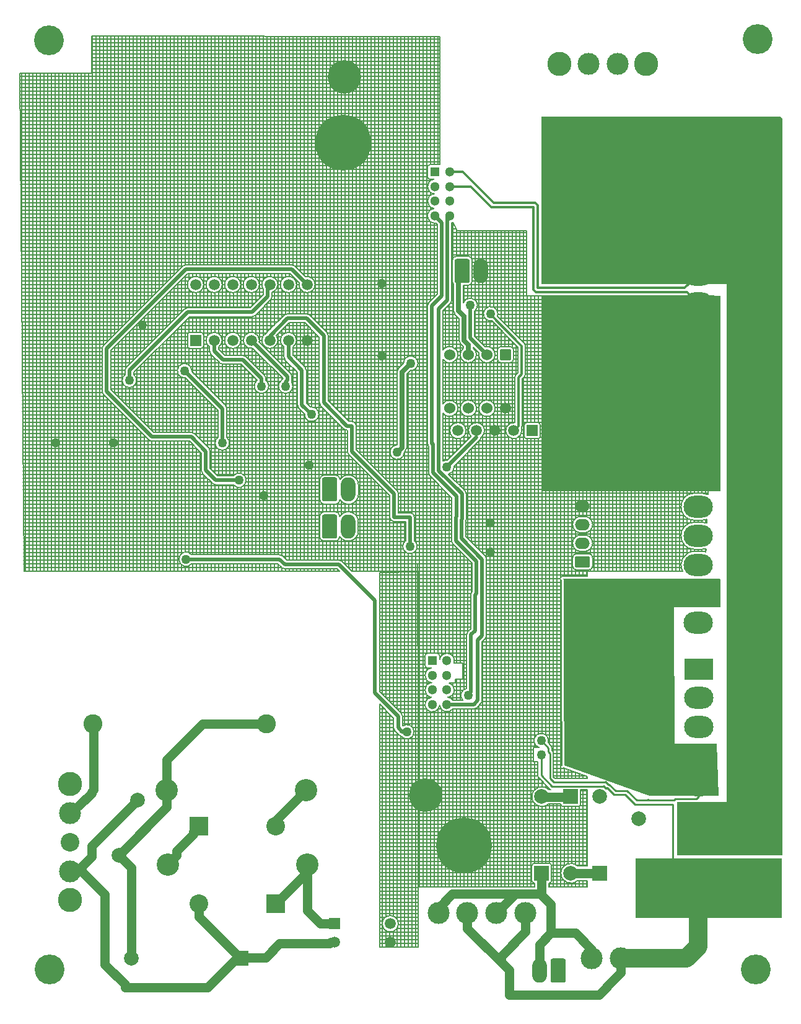
<source format=gbl>
G04 Layer_Physical_Order=2*
G04 Layer_Color=16711680*
%FSLAX25Y25*%
%MOIN*%
G70*
G01*
G75*
%ADD10O,0.08000X0.13000*%
G04:AMPARAMS|DCode=11|XSize=130mil|YSize=80mil|CornerRadius=10mil|HoleSize=0mil|Usage=FLASHONLY|Rotation=90.000|XOffset=0mil|YOffset=0mil|HoleType=Round|Shape=RoundedRectangle|*
%AMROUNDEDRECTD11*
21,1,0.13000,0.06000,0,0,90.0*
21,1,0.11000,0.08000,0,0,90.0*
1,1,0.02000,0.03000,0.05500*
1,1,0.02000,0.03000,-0.05500*
1,1,0.02000,-0.03000,-0.05500*
1,1,0.02000,-0.03000,0.05500*
%
%ADD11ROUNDEDRECTD11*%
%ADD22C,0.10000*%
%ADD23C,0.02000*%
%ADD24C,0.02500*%
%ADD25C,0.01200*%
%ADD26C,0.05000*%
%ADD27C,0.01000*%
%ADD28C,0.06000*%
G04:AMPARAMS|DCode=29|XSize=60mil|YSize=60mil|CornerRadius=7.5mil|HoleSize=0mil|Usage=FLASHONLY|Rotation=90.000|XOffset=0mil|YOffset=0mil|HoleType=Round|Shape=RoundedRectangle|*
%AMROUNDEDRECTD29*
21,1,0.06000,0.04500,0,0,90.0*
21,1,0.04500,0.06000,0,0,90.0*
1,1,0.01500,0.02250,0.02250*
1,1,0.01500,0.02250,-0.02250*
1,1,0.01500,-0.02250,-0.02250*
1,1,0.01500,-0.02250,0.02250*
%
%ADD29ROUNDEDRECTD29*%
%ADD30O,0.08000X0.06000*%
G04:AMPARAMS|DCode=31|XSize=60mil|YSize=80mil|CornerRadius=7.5mil|HoleSize=0mil|Usage=FLASHONLY|Rotation=90.000|XOffset=0mil|YOffset=0mil|HoleType=Round|Shape=RoundedRectangle|*
%AMROUNDEDRECTD31*
21,1,0.06000,0.06500,0,0,90.0*
21,1,0.04500,0.08000,0,0,90.0*
1,1,0.01500,0.03250,0.02250*
1,1,0.01500,0.03250,-0.02250*
1,1,0.01500,-0.03250,-0.02250*
1,1,0.01500,-0.03250,0.02250*
%
%ADD31ROUNDEDRECTD31*%
%ADD32C,0.07874*%
%ADD33O,0.15748X0.11811*%
%ADD34R,0.15748X0.11811*%
%ADD35R,0.05118X0.05118*%
%ADD36C,0.05118*%
%ADD37C,0.11811*%
%ADD38R,0.07874X0.07874*%
%ADD39R,0.07874X0.07874*%
%ADD40C,0.10236*%
%ADD41R,0.05905X0.05905*%
%ADD42C,0.05905*%
%ADD43R,0.10000X0.10000*%
%ADD44C,0.10000*%
%ADD45C,0.12000*%
%ADD46C,0.05905*%
%ADD47R,0.05905X0.05905*%
%ADD48C,0.05000*%
%ADD49C,0.16000*%
%ADD50C,0.13000*%
%ADD51C,0.30000*%
%ADD52C,0.18000*%
%ADD53C,0.00800*%
G36*
X695200Y607400D02*
X695200Y211500D01*
X638700Y211500D01*
Y240100D01*
X665200D01*
X665200Y518300D01*
X565700Y518300D01*
X565700Y608500D01*
X694100Y608500D01*
X695200Y607400D01*
D02*
G37*
G36*
X694900Y209600D02*
X694900Y177850D01*
X616400Y177850D01*
X616400Y209600D01*
X694900Y209600D01*
D02*
G37*
G36*
X662000Y407000D02*
X565500D01*
Y512000D01*
X662000D01*
Y407000D01*
D02*
G37*
G36*
Y359500D02*
Y344554D01*
X636900D01*
X637400Y271500D01*
X659900D01*
X661000Y243200D01*
X623650Y243200D01*
X577950Y259800D01*
Y273150D01*
X577700Y293800D01*
Y359500D01*
X577200Y360000D01*
X661500D01*
X662000Y359500D01*
D02*
G37*
D10*
X533000Y525500D02*
D03*
X564500Y149300D02*
D03*
X461700Y388100D02*
D03*
X461800Y407900D02*
D03*
D11*
X523000Y525500D02*
D03*
X574500Y149300D02*
D03*
X451700Y388100D02*
D03*
X451800Y407900D02*
D03*
D22*
X650000Y162200D02*
Y202300D01*
X643800Y156000D02*
X650000Y162200D01*
X608400Y156000D02*
X643800D01*
D23*
X515000Y553878D02*
X516174Y555052D01*
X515000Y509700D02*
Y553878D01*
X510300Y505000D02*
X515000Y509700D01*
X508300Y555052D02*
X512000Y551352D01*
Y512000D02*
Y551352D01*
X506800Y506800D02*
X512000Y512000D01*
X526200Y297300D02*
X527800Y298900D01*
Y329900D01*
X531400Y294600D02*
Y327100D01*
X529152Y292352D02*
X531400Y294600D01*
X514800Y292352D02*
X529152D01*
X529929Y351371D02*
X530700Y352143D01*
X527800Y329900D02*
X529929Y332029D01*
Y351371D01*
X530700Y352143D02*
Y369257D01*
X519600Y380357D02*
X530700Y369257D01*
X519836Y393307D02*
Y404357D01*
X507300Y416893D02*
X519836Y404357D01*
X519600Y393071D02*
X519836Y393307D01*
X519600Y380357D02*
Y393071D01*
X506800Y432700D02*
X507300Y432200D01*
Y416893D02*
Y432200D01*
X510300Y418136D02*
Y505000D01*
X506800Y432700D02*
Y506800D01*
X514800Y420000D02*
X530700Y435900D01*
X510300Y418136D02*
X522836Y405600D01*
Y392064D02*
Y405600D01*
X522600Y381600D02*
X533700Y370500D01*
X522600Y381600D02*
Y391828D01*
X522836Y392064D01*
X405000Y477600D02*
X415000Y467600D01*
Y463500D02*
Y467600D01*
X394300Y477600D02*
X405000D01*
X439200Y500000D02*
X448500Y490700D01*
X419500Y488100D02*
Y490500D01*
X429000Y500000D02*
X439200D01*
X410050Y487550D02*
X429000Y468600D01*
X428000Y463500D02*
Y465621D01*
X429000Y466621D01*
Y468600D01*
X389500Y482400D02*
X394300Y477600D01*
X389500Y482400D02*
Y488100D01*
X374400Y370500D02*
X424700D01*
X476100Y298557D02*
X488500Y286157D01*
X476100Y298557D02*
Y348200D01*
X424700Y370500D02*
X427600Y367600D01*
X456700D01*
X476100Y348200D01*
X488500Y279900D02*
Y286157D01*
X490500Y277900D02*
X491500D01*
X393900Y432900D02*
Y451500D01*
X373600Y471800D02*
X393900Y451500D01*
X374300Y526300D02*
X431300D01*
X331600Y483600D02*
X374300Y526300D01*
X331600Y460800D02*
Y483600D01*
Y460800D02*
X356100Y436300D01*
X377200D01*
X385000Y428500D01*
Y418200D02*
Y428500D01*
Y418200D02*
X390300Y412900D01*
X402900D01*
X343900Y466600D02*
Y471900D01*
X375200Y503200D01*
X409900D01*
X418257Y511557D01*
Y516857D02*
X419500Y518100D01*
X429500Y479200D02*
Y488100D01*
Y479200D02*
X436800Y471900D01*
X488500Y279900D02*
X490700Y277700D01*
X493200D01*
X527300Y489400D02*
Y506900D01*
Y489400D02*
X536300Y480400D01*
X431300Y526300D02*
X439500Y518100D01*
X419500Y490500D02*
X429000Y500000D01*
X418257Y511557D02*
Y516857D01*
X448500Y454800D02*
Y490700D01*
Y454800D02*
X461125Y442175D01*
X533700Y329400D02*
Y370500D01*
X531400Y327100D02*
X533700Y329400D01*
X494900Y377400D02*
Y393100D01*
X486375D02*
X494900D01*
X463600Y428500D02*
Y442175D01*
Y428500D02*
X486375Y405725D01*
Y393100D02*
Y405725D01*
X461125Y442175D02*
X463600D01*
X441900Y448400D02*
X442000D01*
X436800Y453500D02*
X441900Y448400D01*
X436800Y453500D02*
Y471900D01*
D24*
X521000Y523500D02*
X523000Y525500D01*
X521000Y504000D02*
Y523500D01*
Y504000D02*
X524050Y500950D01*
Y488054D02*
Y500950D01*
Y488054D02*
X526300Y485804D01*
Y480400D02*
Y485804D01*
X488500Y428500D02*
X490500Y430500D01*
Y471000D01*
X495300Y475800D01*
D25*
X538800Y559800D02*
X561400D01*
X527800Y570800D02*
X538800Y559800D01*
X516174Y570800D02*
X527800D01*
X563600Y516300D02*
Y560711D01*
X562311Y562000D02*
X563600Y560711D01*
X539900Y562000D02*
X562311D01*
X523226Y578674D02*
X539900Y562000D01*
X516174Y578674D02*
X523226D01*
X561400Y515389D02*
Y559800D01*
Y515389D02*
X562789Y514000D01*
X643900D01*
X530700Y435900D02*
Y439600D01*
X643900Y514000D02*
X650000Y507900D01*
X563600Y516300D02*
X642800D01*
X650000Y523500D01*
X623100Y241000D02*
X623200Y240900D01*
X608349Y249983D02*
X608893Y250528D01*
X599294Y248428D02*
X600321Y247400D01*
X650200Y244600D02*
Y249100D01*
X601200Y247400D02*
X604600Y244000D01*
X600321Y247400D02*
X601200D01*
X600205Y250628D02*
X601232Y249600D01*
X555100Y470000D02*
Y485100D01*
X538300Y501900D02*
X555100Y485100D01*
X538300Y501900D02*
Y502400D01*
X553200Y468100D02*
X555100Y470000D01*
X553200Y442100D02*
Y468100D01*
X550700Y439600D02*
X553200Y442100D01*
D26*
X548200Y136300D02*
X596500D01*
X548200D02*
Y149700D01*
X596500Y136300D02*
X600600Y140400D01*
X592800Y156000D02*
Y160800D01*
X583900Y169700D02*
X592800Y160800D01*
X570700Y169700D02*
X583900D01*
X565800Y191400D02*
Y201709D01*
Y190000D02*
Y191400D01*
X564500Y149300D02*
Y163500D01*
X570700Y169700D01*
Y185100D01*
X565800Y190000D02*
X570700Y185100D01*
X543850Y154050D02*
X548200Y149700D01*
X525800Y172100D02*
X543850Y154050D01*
X557000Y170300D02*
Y180400D01*
X543850Y157150D02*
X557000Y170300D01*
X543850Y154050D02*
Y157150D01*
X525800Y172100D02*
Y180400D01*
X517700Y190600D02*
X551600D01*
X510200Y183100D02*
X517700Y190600D01*
X510200Y180400D02*
Y183100D01*
X541400Y180400D02*
X551600Y190600D01*
X565000D01*
X565800Y191400D01*
X324748Y246748D02*
Y282000D01*
X565400Y242791D02*
X573500D01*
X591000Y154200D02*
X592800Y156000D01*
X383400Y282000D02*
X417752D01*
X318300Y202800D02*
X330750Y190350D01*
X341600Y140400D02*
X386100D01*
X422591Y185500D02*
X439500Y202410D01*
X422591Y230091D02*
X439000Y246500D01*
X364000Y262600D02*
X383400Y282000D01*
X316763Y238100D02*
X323500Y244836D01*
Y245500D02*
X324748Y246748D01*
X364000Y246500D02*
Y262600D01*
X344872Y156000D02*
Y204764D01*
X338200Y211436D02*
X344872Y204764D01*
X338200Y211436D02*
X364000Y237236D01*
Y246500D01*
X330750Y152850D02*
Y190350D01*
Y152850D02*
X341600Y142000D01*
Y140400D02*
Y142000D01*
X386100Y140400D02*
X401700Y156000D01*
X381409Y178518D02*
Y185500D01*
X364500Y206500D02*
X369391Y211391D01*
X378300Y223891D02*
X381409Y227000D01*
X323700Y216464D02*
X348200Y240964D01*
X573500Y242791D02*
X580400Y242842D01*
X581400Y201709D02*
X597000D01*
X600800Y140600D02*
X600900D01*
X600800D02*
X608400Y148200D01*
Y156000D01*
X369391Y211391D02*
Y213691D01*
X378300Y222600D01*
Y223891D01*
X381409Y178518D02*
X403428Y156500D01*
X417300D01*
X318300Y202800D02*
Y205200D01*
X323700Y210600D01*
Y216464D01*
X439500Y181700D02*
Y202410D01*
Y206500D01*
X417300Y156500D02*
X424800Y164000D01*
X451800D01*
X452400Y164600D01*
X439500Y181700D02*
X446600Y174600D01*
X454300D01*
X452400Y164600D02*
X454300D01*
D27*
X610600Y244000D02*
X615900Y238700D01*
X636400D01*
X604600Y244000D02*
X610600D01*
X616900Y240900D02*
X623200D01*
X611800Y246000D02*
X616900Y240900D01*
X605570Y246000D02*
X611800D01*
X488000Y428000D02*
X488500Y428500D01*
X569400Y266957D02*
Y269100D01*
X565500Y254289D02*
Y265200D01*
X570200Y252700D02*
X572272Y250628D01*
X570200Y252700D02*
Y266157D01*
X569400Y266957D02*
X570200Y266157D01*
X636400Y209100D02*
Y238700D01*
X623100Y241000D02*
X637100D01*
X571361Y248428D02*
X599294D01*
X565500Y273000D02*
X569400Y269100D01*
X565500Y254289D02*
X571361Y248428D01*
X637100Y241000D02*
X637700Y241600D01*
X648900D01*
X650200Y242900D01*
Y244600D01*
X601232Y249600D02*
X601332Y249500D01*
X602070D01*
X605570Y246000D01*
X572272Y250628D02*
X600205D01*
D28*
X533000Y528000D02*
D03*
X536300Y480400D02*
D03*
X526300D02*
D03*
X516300D02*
D03*
Y451600D02*
D03*
X526300D02*
D03*
X536300D02*
D03*
X546300D02*
D03*
X564500Y146800D02*
D03*
X461700Y390600D02*
D03*
X461800Y410400D02*
D03*
D29*
X523000Y528000D02*
D03*
X546300Y480400D02*
D03*
X574500Y146800D02*
D03*
X451700Y390600D02*
D03*
X451800Y410400D02*
D03*
D30*
X587800Y389100D02*
D03*
Y379100D02*
D03*
Y399100D02*
D03*
D31*
Y369100D02*
D03*
D32*
X618000Y231000D02*
D03*
X597000Y242891D02*
D03*
X565800D02*
D03*
X581400Y201709D02*
D03*
X344872Y156000D02*
D03*
X348200Y240964D02*
D03*
X338200Y211436D02*
D03*
D33*
X650000Y336300D02*
D03*
Y351900D02*
D03*
Y367500D02*
D03*
Y383100D02*
D03*
Y398700D02*
D03*
Y414300D02*
D03*
Y429900D02*
D03*
Y445500D02*
D03*
X650200Y186700D02*
D03*
Y202300D02*
D03*
Y217900D02*
D03*
Y233500D02*
D03*
Y249100D02*
D03*
Y264700D02*
D03*
Y280300D02*
D03*
Y295900D02*
D03*
X650000Y585900D02*
D03*
Y570300D02*
D03*
Y554700D02*
D03*
Y539100D02*
D03*
Y523500D02*
D03*
Y507900D02*
D03*
Y492300D02*
D03*
Y476700D02*
D03*
D34*
Y461100D02*
D03*
X650200Y311500D02*
D03*
X650000Y601500D02*
D03*
D35*
X508300Y578674D02*
D03*
X506926Y315974D02*
D03*
D36*
X508300Y570800D02*
D03*
Y562926D02*
D03*
Y555052D02*
D03*
X516174Y578674D02*
D03*
Y570800D02*
D03*
Y562926D02*
D03*
Y555052D02*
D03*
X506926Y308100D02*
D03*
Y300226D02*
D03*
Y292352D02*
D03*
X514800Y315974D02*
D03*
Y308100D02*
D03*
Y300226D02*
D03*
Y292352D02*
D03*
D37*
X590900Y636800D02*
D03*
X510200Y180400D02*
D03*
X541400D02*
D03*
X557000D02*
D03*
X525800D02*
D03*
X620400Y468500D02*
D03*
X628200Y201700D02*
D03*
X608400Y156000D02*
D03*
X592800D02*
D03*
X606500Y636800D02*
D03*
X592800Y499200D02*
D03*
Y468000D02*
D03*
Y436800D02*
D03*
Y312000D02*
D03*
Y343200D02*
D03*
Y280800D02*
D03*
Y530400D02*
D03*
Y561600D02*
D03*
Y592800D02*
D03*
X312000Y234000D02*
D03*
Y202800D02*
D03*
X628200Y186100D02*
D03*
D38*
X597000Y201709D02*
D03*
X565800D02*
D03*
X581400Y242891D02*
D03*
D39*
X403928Y156000D02*
D03*
D40*
X417752Y282000D02*
D03*
X324248D02*
D03*
D41*
X454300Y174600D02*
D03*
X560700Y439600D02*
D03*
D42*
X454300Y164600D02*
D03*
X484300Y174600D02*
D03*
Y164600D02*
D03*
X550700Y439600D02*
D03*
X540700D02*
D03*
X530700D02*
D03*
X520700D02*
D03*
D43*
X381409Y227000D02*
D03*
X422591Y185500D02*
D03*
D44*
Y227000D02*
D03*
X381409Y185500D02*
D03*
X312000Y218400D02*
D03*
D45*
X439000Y246500D02*
D03*
X364000D02*
D03*
X439500Y206500D02*
D03*
X364500D02*
D03*
D46*
X439500Y518100D02*
D03*
X429500D02*
D03*
X419500D02*
D03*
X409500D02*
D03*
X399500D02*
D03*
X389500D02*
D03*
X379500D02*
D03*
X439500Y488100D02*
D03*
X429500D02*
D03*
X419500D02*
D03*
X409500D02*
D03*
X399500D02*
D03*
X389500D02*
D03*
D47*
X379500D02*
D03*
D48*
X526200Y297300D02*
D03*
X538200Y374400D02*
D03*
X393900Y432900D02*
D03*
X304200D02*
D03*
X335400D02*
D03*
X428000Y463500D02*
D03*
X415000D02*
D03*
X488000Y428000D02*
D03*
X538200Y390000D02*
D03*
X495300Y475800D02*
D03*
X514800Y420000D02*
D03*
X351100Y496200D02*
D03*
X479700Y518700D02*
D03*
Y479700D02*
D03*
X374400Y370500D02*
D03*
X565500Y265200D02*
D03*
X373600Y471800D02*
D03*
X402900Y412900D02*
D03*
X343900Y466600D02*
D03*
X565500Y273000D02*
D03*
X493200Y277700D02*
D03*
X527300Y506900D02*
D03*
X538300Y502400D02*
D03*
X416200Y404700D02*
D03*
X494900Y377400D02*
D03*
X442000Y448400D02*
D03*
X440800Y421100D02*
D03*
D49*
X681000Y150000D02*
D03*
X682000Y650000D02*
D03*
X300500Y649500D02*
D03*
X301000Y150000D02*
D03*
D50*
X312000Y249600D02*
D03*
Y187200D02*
D03*
X575300Y636700D02*
D03*
X622100D02*
D03*
D51*
X524100Y216800D02*
D03*
X459000Y594500D02*
D03*
D52*
X459800Y629700D02*
D03*
X503300Y243700D02*
D03*
D53*
X490900Y286157D02*
G03*
X490197Y287854I-2400J0D01*
G01*
X497100Y277700D02*
G03*
X490926Y280868I-3900J0D01*
G01*
X490900Y286157D02*
G03*
X490197Y287854I-2400J0D01*
G01*
X490060Y275387D02*
G03*
X497100Y277700I3140J2313D01*
G01*
X489003Y276003D02*
G03*
X490060Y275387I1697J1697D01*
G01*
X486100Y279900D02*
G03*
X486803Y278203I2400J0D01*
G01*
X486100Y279900D02*
G03*
X486803Y278203I2400J0D01*
G01*
X489003Y276003D02*
G03*
X490060Y275387I1697J1697D01*
G01*
X488653Y174600D02*
G03*
X488653Y174600I-4353J0D01*
G01*
X582400Y366850D02*
G03*
X584550Y364700I2150J0D01*
G01*
X535397Y327703D02*
G03*
X536100Y329400I-1697J1697D01*
G01*
X535397Y327703D02*
G03*
X536100Y329400I-1697J1697D01*
G01*
X571300Y269100D02*
G03*
X570741Y270446I-1900J0D01*
G01*
X569252Y271935D02*
G03*
X569400Y273000I-3752J1065D01*
G01*
X571300Y269100D02*
G03*
X570744Y270444I-1900J0D01*
G01*
X572100Y266157D02*
G03*
X571544Y267500I-1900J0D01*
G01*
X572100Y266157D02*
G03*
X571541Y267503I-1900J0D01*
G01*
X563600Y254289D02*
G03*
X564156Y252945I1900J0D01*
G01*
X563600Y254289D02*
G03*
X564159Y252942I1900J0D01*
G01*
X569400Y273000D02*
G03*
X564267Y269300I-3900J0D01*
G01*
X585337Y237554D02*
G03*
X586737Y238953I0J1400D01*
G01*
X576064Y238910D02*
G03*
X577463Y237554I1399J44D01*
G01*
X585043Y205609D02*
G03*
X585043Y197809I-3643J-3900D01*
G01*
X569548Y246691D02*
G03*
X569333Y238891I-3748J-3800D01*
G01*
X570018Y247084D02*
G03*
X570591Y246691I1343J1343D01*
G01*
X571137Y205646D02*
G03*
X569737Y207047I-1400J0D01*
G01*
X570015Y247087D02*
G03*
X570591Y246691I1346J1341D01*
G01*
X569737Y196372D02*
G03*
X571137Y197772I0J1400D01*
G01*
X561863Y207047D02*
G03*
X560463Y205646I0J-1400D01*
G01*
Y197772D02*
G03*
X561863Y196372I1400J0D01*
G01*
X528232Y353068D02*
G03*
X527529Y351371I1697J-1697D01*
G01*
X528232Y353068D02*
G03*
X527529Y351371I1697J-1697D01*
G01*
X526103Y331597D02*
G03*
X525400Y329900I1697J-1697D01*
G01*
X526103Y331597D02*
G03*
X525400Y329900I1697J-1697D01*
G01*
X518759Y315974D02*
G03*
X510885Y316563I-3959J0D01*
G01*
X518581Y314800D02*
G03*
X518759Y315974I-3781J1174D01*
G01*
X510885Y318533D02*
G03*
X509485Y319933I-1400J0D01*
G01*
X504367D02*
G03*
X502967Y318533I0J-1400D01*
G01*
X518759Y300226D02*
G03*
X515996Y304000I-3959J0D01*
G01*
X515217Y296289D02*
G03*
X518759Y300226I-417J3937D01*
G01*
X506337Y312015D02*
G03*
X506509Y304163I589J-3915D01*
G01*
X502967Y313415D02*
G03*
X504367Y312015I1400J0D01*
G01*
X506509Y304163D02*
G03*
X506509Y296289I417J-3937D01*
G01*
X525400Y301117D02*
G03*
X523247Y294752I800J-3817D01*
G01*
X533097Y292903D02*
G03*
X533800Y294600I-1697J1697D01*
G01*
X533097Y292903D02*
G03*
X533800Y294600I-1697J1697D01*
G01*
X529152Y289952D02*
G03*
X530849Y290655I0J2400D01*
G01*
X529152Y289952D02*
G03*
X530849Y290655I0J2400D01*
G01*
X517949Y294752D02*
G03*
X515217Y296289I-3149J-2400D01*
G01*
X506509D02*
G03*
X510863Y291935I417J-3937D01*
G01*
D02*
G03*
X517949Y289952I3937J417D01*
G01*
X517700Y194500D02*
G03*
X516822Y194400I0J-3900D01*
G01*
X517700Y194500D02*
G03*
X516822Y194400I0J-3900D01*
G01*
X541964Y501064D02*
G03*
X542200Y502400I-3664J1336D01*
G01*
X557100Y485100D02*
G03*
X556511Y486517I-2000J0D01*
G01*
X557100Y485100D02*
G03*
X556514Y486514I-2000J0D01*
G01*
X550700Y482650D02*
G03*
X548550Y484800I-2150J0D01*
G01*
X544050D02*
G03*
X541900Y482650I0J-2150D01*
G01*
X528400Y531000D02*
G03*
X526000Y533400I-2400J0D01*
G01*
Y517600D02*
G03*
X528400Y520000I0J2400D01*
G01*
X531200Y506900D02*
G03*
X523650Y508274I-3900J0D01*
G01*
X542200Y502400D02*
G03*
X538835Y498537I-3900J0D01*
G01*
X540700Y480400D02*
G03*
X535389Y484705I-4400J0D01*
G01*
X529700Y503826D02*
G03*
X531200Y506900I-2400J3074D01*
G01*
X530700Y480400D02*
G03*
X528950Y483913I-4400J0D01*
G01*
X523650D02*
G03*
X530700Y480400I2650J-3512D01*
G01*
X548550Y476000D02*
G03*
X550700Y478150I0J2150D01*
G01*
X556511Y468583D02*
G03*
X557100Y470000I-1411J1417D01*
G01*
X556514Y468586D02*
G03*
X557100Y470000I-1414J1414D01*
G01*
X551789Y469517D02*
G03*
X551200Y468100I1411J-1417D01*
G01*
X551786Y469514D02*
G03*
X551200Y468100I1414J-1414D01*
G01*
X565053Y442553D02*
G03*
X563653Y443953I-1400J0D01*
G01*
X557747D02*
G03*
X556347Y442553I0J-1400D01*
G01*
Y436647D02*
G03*
X557747Y435247I1400J0D01*
G01*
X563653D02*
G03*
X565053Y436647I0J1400D01*
G01*
X554838Y440952D02*
G03*
X555200Y442100I-1637J1148D01*
G01*
X551200Y443924D02*
G03*
X555053Y439600I-500J-4324D01*
G01*
X554838Y440952D02*
G03*
X555200Y442100I-1637J1148D01*
G01*
X555053Y439600D02*
G03*
X554838Y440952I-4353J0D01*
G01*
X541900Y478150D02*
G03*
X544050Y476000I2150J0D01*
G01*
X531995Y481311D02*
G03*
X540700Y480400I4305J-911D01*
G01*
Y451600D02*
G03*
X540700Y451600I-4400J0D01*
G01*
X535053Y439600D02*
G03*
X527779Y436373I-4353J0D01*
G01*
X533099Y435968D02*
G03*
X535053Y439600I-2399J3632D01*
G01*
X530700Y451600D02*
G03*
X530700Y451600I-4400J0D01*
G01*
X520000Y533400D02*
G03*
X517600Y531000I0J-2400D01*
G01*
X517400Y551288D02*
G03*
X517984Y551531I-1226J3765D01*
G01*
X517600Y520000D02*
G03*
X518350Y518257I2400J0D01*
G01*
Y504000D02*
G03*
X519130Y502123I2650J0D01*
G01*
X521400Y488054D02*
G03*
X522176Y486180I2650J0D01*
G01*
X516697Y508003D02*
G03*
X517400Y509700I-1697J1697D01*
G01*
X516697Y508003D02*
G03*
X517400Y509700I-1697J1697D01*
G01*
X518350Y504000D02*
G03*
X519126Y502126I2650J0D01*
G01*
X507711Y574715D02*
G03*
X507883Y566863I589J-3915D01*
G01*
D02*
G03*
X507883Y558989I417J-3937D01*
G01*
D02*
G03*
X508829Y551128I417J-3937D01*
G01*
X505741Y582633D02*
G03*
X504341Y581233I0J-1400D01*
G01*
Y576115D02*
G03*
X505741Y574715I1400J0D01*
G01*
X505103Y508497D02*
G03*
X504400Y506800I1697J-1697D01*
G01*
X505103Y508497D02*
G03*
X504400Y506800I1697J-1697D01*
G01*
X450900Y490700D02*
G03*
X450197Y492397I-2400J0D01*
G01*
X450900Y490700D02*
G03*
X450197Y492397I-2400J0D01*
G01*
X521400Y488054D02*
G03*
X522180Y486177I2650J0D01*
G01*
X520700Y480400D02*
G03*
X512700Y482930I-4400J0D01*
G01*
Y477870D02*
G03*
X520700Y480400I3600J2530D01*
G01*
X495151Y471903D02*
G03*
X499200Y475800I149J3897D01*
G01*
X520700Y451600D02*
G03*
X512700Y454130I-4400J0D01*
G01*
Y449070D02*
G03*
X520700Y451600I3600J2530D01*
G01*
X525053Y439600D02*
G03*
X525053Y439600I-4353J0D01*
G01*
X499200Y475800D02*
G03*
X491403Y475651I-3900J0D01*
G01*
X488629Y472877D02*
G03*
X487850Y471000I1870J-1877D01*
G01*
X488626Y472874D02*
G03*
X487850Y471000I1874J-1874D01*
G01*
X446100Y454800D02*
G03*
X446803Y453103I2400J0D01*
G01*
X446100Y454800D02*
G03*
X446803Y453103I2400J0D01*
G01*
X445900Y448400D02*
G03*
X441435Y452259I-3900J0D01*
G01*
X466000Y442175D02*
G03*
X463600Y444575I-2400J0D01*
G01*
X466000Y442175D02*
G03*
X463600Y444575I-2400J0D01*
G01*
X459428Y440478D02*
G03*
X461125Y439775I1697J1697D01*
G01*
X459428Y440478D02*
G03*
X461125Y439775I1697J1697D01*
G01*
X655139Y405281D02*
G03*
X651968Y406005I-3171J-6582D01*
G01*
X648032D02*
G03*
X648032Y391394I0J-7305D01*
G01*
X532397Y434203D02*
G03*
X533100Y435900I-1697J1697D01*
G01*
X525236Y405600D02*
G03*
X524533Y407297I-2400J0D01*
G01*
X525236Y405600D02*
G03*
X524533Y407297I-2400J0D01*
G01*
X651968Y391394D02*
G03*
X654694Y391922I0J7305D01*
G01*
X654627Y389905D02*
G03*
X651968Y390406I-2658J-6805D01*
G01*
X648032D02*
G03*
X648032Y375795I0J-7305D01*
G01*
X593200Y389100D02*
G03*
X588800Y393500I-4400J0D01*
G01*
Y384700D02*
G03*
X593200Y389100I0J4400D01*
G01*
Y379100D02*
G03*
X588800Y383500I-4400J0D01*
G01*
X651968Y375795D02*
G03*
X654168Y376133I0J7305D01*
G01*
X654113Y374484D02*
G03*
X651968Y374805I-2144J-6984D01*
G01*
X648032D02*
G03*
X641665Y363918I0J-7305D01*
G01*
X593200Y371350D02*
G03*
X591050Y373500I-2150J0D01*
G01*
X588800Y374700D02*
G03*
X593200Y379100I0J4400D01*
G01*
X591050Y364700D02*
G03*
X593200Y366850I0J2150D01*
G01*
X586800Y393500D02*
G03*
X586800Y384700I0J-4400D01*
G01*
Y383500D02*
G03*
X586800Y374700I0J-4400D01*
G01*
X525000Y391026D02*
G03*
X525236Y392064I-2164J1038D01*
G01*
X525000Y391026D02*
G03*
X525236Y392064I-2164J1038D01*
G01*
X584550Y373500D02*
G03*
X582400Y371350I0J-2150D01*
G01*
X536100Y370500D02*
G03*
X535397Y372197I-2400J0D01*
G01*
X536100Y370500D02*
G03*
X535397Y372197I-2400J0D01*
G01*
X582400Y366850D02*
G03*
X584550Y364700I2150J0D01*
G01*
X504400Y432700D02*
G03*
X504900Y431234I2400J0D01*
G01*
X518700Y420000D02*
G03*
X518671Y420477I-3900J0D01*
G01*
X515639Y416191D02*
G03*
X518700Y420000I-839J3809D01*
G01*
X515277Y423871D02*
G03*
X512700Y423286I-477J-3871D01*
G01*
X504900Y416893D02*
G03*
X505603Y415196I2400J0D01*
G01*
X504400Y432700D02*
G03*
X504900Y431234I2400J0D01*
G01*
X492374Y428626D02*
G03*
X493150Y430500I-1874J1874D01*
G01*
X492371Y428623D02*
G03*
X493150Y430500I-1870J1877D01*
G01*
X487850Y431897D02*
G03*
X491900Y428000I150J-3897D01*
G01*
X504900Y416893D02*
G03*
X505603Y415196I2400J0D01*
G01*
X488775Y405725D02*
G03*
X488072Y407422I-2400J0D01*
G01*
X488775Y405725D02*
G03*
X488072Y407422I-2400J0D01*
G01*
X461200Y428500D02*
G03*
X461903Y426803I2400J0D01*
G01*
X461200Y428500D02*
G03*
X461903Y426803I2400J0D01*
G01*
X467200Y410400D02*
G03*
X457200Y413228I-5400J0D01*
G01*
Y413400D02*
G03*
X454800Y415800I-2400J0D01*
G01*
X448800D02*
G03*
X446400Y413400I0J-2400D01*
G01*
X517436Y394109D02*
G03*
X517200Y393071I2164J-1038D01*
G01*
X517436Y394109D02*
G03*
X517200Y393071I2164J-1038D01*
G01*
X497300Y393100D02*
G03*
X494900Y395500I-2400J0D01*
G01*
X497300Y393100D02*
G03*
X494900Y395500I-2400J0D01*
G01*
X483975Y393100D02*
G03*
X486375Y390700I2400J0D01*
G01*
X483975Y393100D02*
G03*
X486375Y390700I2400J0D01*
G01*
X492500Y380474D02*
G03*
X498800Y377400I2400J-3074D01*
G01*
X517200Y380357D02*
G03*
X517903Y378660I2400J0D01*
G01*
X517200Y380357D02*
G03*
X517903Y378660I2400J0D01*
G01*
X498800Y377400D02*
G03*
X497300Y380474I-3900J0D01*
G01*
X457200Y402572D02*
G03*
X467200Y405400I4600J2828D01*
G01*
X454800Y400000D02*
G03*
X457200Y402400I0J2400D01*
G01*
X467100Y390600D02*
G03*
X457100Y393428I-5400J0D01*
G01*
X446400Y402400D02*
G03*
X448800Y400000I2400J0D01*
G01*
X457100Y393600D02*
G03*
X454700Y396000I-2400J0D01*
G01*
X448700D02*
G03*
X446300Y393600I0J-2400D01*
G01*
X457100Y382772D02*
G03*
X467100Y385600I4600J2828D01*
G01*
X454700Y380200D02*
G03*
X457100Y382600I0J2400D01*
G01*
X458397Y369297D02*
G03*
X456700Y370000I-1697J-1697D01*
G01*
X458397Y369297D02*
G03*
X456700Y370000I-1697J-1697D01*
G01*
X446300Y382600D02*
G03*
X448700Y380200I2400J0D01*
G01*
X432997Y527997D02*
G03*
X431300Y528700I-1697J-1697D01*
G01*
X432997Y527997D02*
G03*
X431300Y528700I-1697J-1697D01*
G01*
X443853Y518100D02*
G03*
X438629Y522365I-4353J0D01*
G01*
X433853Y518100D02*
G03*
X433853Y518100I-4353J0D01*
G01*
X423853D02*
G03*
X415857Y515717I-4353J0D01*
G01*
X413853Y518100D02*
G03*
X413853Y518100I-4353J0D01*
G01*
X435235Y518971D02*
G03*
X443853Y518100I4265J-871D01*
G01*
X440897Y501697D02*
G03*
X439200Y502400I-1697J-1697D01*
G01*
X440897Y501697D02*
G03*
X439200Y502400I-1697J-1697D01*
G01*
X420657Y513904D02*
G03*
X423853Y518100I-1157J4196D01*
G01*
X429000Y502400D02*
G03*
X427303Y501697I0J-2400D01*
G01*
X429000Y502400D02*
G03*
X427303Y501697I0J-2400D01*
G01*
X431900Y484469D02*
G03*
X433853Y488100I-2400J3631D01*
G01*
D02*
G03*
X427100Y484469I-4353J0D01*
G01*
X423853Y488100D02*
G03*
X423034Y490640I-4353J0D01*
G01*
X419954Y509860D02*
G03*
X420657Y511557I-1697J1697D01*
G01*
X419954Y509860D02*
G03*
X420657Y511557I-1697J1697D01*
G01*
X409900Y500800D02*
G03*
X411597Y501503I0J2400D01*
G01*
X409900Y500800D02*
G03*
X411597Y501503I0J2400D01*
G01*
X417665Y492047D02*
G03*
X423853Y488100I1835J-3947D01*
G01*
X413765Y487229D02*
G03*
X413853Y488100I-4265J871D01*
G01*
D02*
G03*
X410371Y483835I-4353J0D01*
G01*
X403853Y518100D02*
G03*
X403853Y518100I-4353J0D01*
G01*
X393853D02*
G03*
X393853Y518100I-4353J0D01*
G01*
X374300Y528700D02*
G03*
X372603Y527997I0J-2400D01*
G01*
X374300Y528700D02*
G03*
X372603Y527997I0J-2400D01*
G01*
X383853Y518100D02*
G03*
X383853Y518100I-4353J0D01*
G01*
Y491053D02*
G03*
X382453Y492453I-1400J0D01*
G01*
X403853Y488100D02*
G03*
X403853Y488100I-4353J0D01*
G01*
X406697Y479297D02*
G03*
X405000Y480000I-1697J-1697D01*
G01*
X406697Y479297D02*
G03*
X405000Y480000I-1697J-1697D01*
G01*
X391900Y484469D02*
G03*
X393853Y488100I-2400J3631D01*
G01*
D02*
G03*
X387100Y484469I-4353J0D01*
G01*
X382453Y483747D02*
G03*
X383853Y485147I0J1400D01*
G01*
X375147D02*
G03*
X376547Y483747I1400J0D01*
G01*
X387100Y482400D02*
G03*
X387803Y480703I2400J0D01*
G01*
X387100Y482400D02*
G03*
X387803Y480703I2400J0D01*
G01*
X375200Y505600D02*
G03*
X373503Y504897I0J-2400D01*
G01*
X375200Y505600D02*
G03*
X373503Y504897I0J-2400D01*
G01*
X376547Y492453D02*
G03*
X375147Y491053I0J-1400D01*
G01*
X329903Y485297D02*
G03*
X329200Y483600I1697J-1697D01*
G01*
X329903Y485297D02*
G03*
X329200Y483600I1697J-1697D01*
G01*
X439200Y471900D02*
G03*
X438497Y473597I-2400J0D01*
G01*
X439200Y471900D02*
G03*
X438497Y473597I-2400J0D01*
G01*
X427100Y479200D02*
G03*
X427803Y477503I2400J0D01*
G01*
X427100Y479200D02*
G03*
X427803Y477503I2400J0D01*
G01*
X431400Y468600D02*
G03*
X430697Y470297I-2400J0D01*
G01*
X431400Y468600D02*
G03*
X430697Y470297I-2400J0D01*
G01*
X426303Y467318D02*
G03*
X425903Y466788I1697J-1697D01*
G01*
X426303Y467318D02*
G03*
X425903Y466788I1697J-1697D01*
G01*
D02*
G03*
X431900Y463500I2097J-3288D01*
G01*
X431218Y465704D02*
G03*
X431400Y466621I-2218J918D01*
G01*
X431218Y465704D02*
G03*
X431400Y466621I-2218J918D01*
G01*
X431900Y463500D02*
G03*
X431218Y465704I-3900J0D01*
G01*
X417400Y467600D02*
G03*
X416697Y469297I-2400J0D01*
G01*
X417400Y467600D02*
G03*
X416697Y469297I-2400J0D01*
G01*
X392603Y475903D02*
G03*
X394300Y475200I1697J1697D01*
G01*
X392603Y475903D02*
G03*
X394300Y475200I1697J1697D01*
G01*
X412600Y466574D02*
G03*
X418900Y463500I2400J-3074D01*
G01*
D02*
G03*
X417400Y466574I-3900J0D01*
G01*
X438119Y448787D02*
G03*
X445900Y448400I3881J-387D01*
G01*
X434400Y453500D02*
G03*
X435103Y451803I2400J0D01*
G01*
X434400Y453500D02*
G03*
X435103Y451803I2400J0D01*
G01*
X399826Y410500D02*
G03*
X406800Y412900I3074J2400D01*
G01*
D02*
G03*
X399826Y415300I-3900J0D01*
G01*
X426397Y372197D02*
G03*
X424700Y372900I-1697J-1697D01*
G01*
X426397Y372197D02*
G03*
X424700Y372900I-1697J-1697D01*
G01*
X425903Y365903D02*
G03*
X427600Y365200I1697J1697D01*
G01*
X425903Y365903D02*
G03*
X427600Y365200I1697J1697D01*
G01*
X396300Y451500D02*
G03*
X395597Y453197I-2400J0D01*
G01*
X397800Y432900D02*
G03*
X396300Y435974I-3900J0D01*
G01*
Y451500D02*
G03*
X395597Y453197I-2400J0D01*
G01*
X391500Y435974D02*
G03*
X397800Y432900I2400J-3074D01*
G01*
X377471Y471323D02*
G03*
X377500Y471800I-3871J477D01*
G01*
D02*
G03*
X374077Y467929I-3900J0D01*
G01*
X342203Y473597D02*
G03*
X341500Y471900I1697J-1697D01*
G01*
X347800Y466600D02*
G03*
X346300Y469674I-3900J0D01*
G01*
X342203Y473597D02*
G03*
X341500Y471900I1697J-1697D01*
G01*
Y469674D02*
G03*
X347800Y466600I2400J-3074D01*
G01*
X329200Y460800D02*
G03*
X329903Y459103I2400J0D01*
G01*
X329200Y460800D02*
G03*
X329903Y459103I2400J0D01*
G01*
X388603Y411203D02*
G03*
X390300Y410500I1697J1697D01*
G01*
X388603Y411203D02*
G03*
X390300Y410500I1697J1697D01*
G01*
X378897Y437997D02*
G03*
X377200Y438700I-1697J-1697D01*
G01*
X378897Y437997D02*
G03*
X377200Y438700I-1697J-1697D01*
G01*
X387400Y428500D02*
G03*
X386697Y430197I-2400J0D01*
G01*
X387400Y428500D02*
G03*
X386697Y430197I-2400J0D01*
G01*
X382600Y418200D02*
G03*
X383303Y416503I2400J0D01*
G01*
X382600Y418200D02*
G03*
X383303Y416503I2400J0D01*
G01*
X377474Y372900D02*
G03*
X377474Y368100I-3074J-2400D01*
G01*
X354403Y434603D02*
G03*
X356100Y433900I1697J1697D01*
G01*
X354403Y434603D02*
G03*
X356100Y433900I1697J1697D01*
G01*
X490900Y286000D02*
X499202D01*
X490900Y284000D02*
X499202D01*
X490052Y288000D02*
X499202D01*
X496350Y280000D02*
X499202D01*
X490900Y282000D02*
X499202D01*
X482052Y296000D02*
X499202D01*
X484052Y294000D02*
X499202D01*
X480052Y298000D02*
X499202D01*
X488052Y290000D02*
X499202D01*
X486052Y292000D02*
X499202D01*
X496710Y276000D02*
X499202D01*
X494433Y274000D02*
X499202D01*
X497088Y278000D02*
X499202D01*
X478600Y224000D02*
X499202D01*
X478600Y226000D02*
X499202D01*
X478600Y220000D02*
X499202D01*
X478600Y218000D02*
X499202D01*
X478600Y222000D02*
X499202D01*
X478600Y214000D02*
X499202D01*
X478600Y216000D02*
X499202D01*
X494000Y281517D02*
Y363706D01*
X490000Y288052D02*
Y363601D01*
X496000Y280415D02*
Y363759D01*
X492000Y281411D02*
Y363654D01*
X484000Y294052D02*
Y363442D01*
X482000Y296052D02*
Y363390D01*
X480000Y298052D02*
Y363337D01*
X488000Y290052D02*
Y363548D01*
X486000Y292052D02*
Y363495D01*
X490900Y280894D02*
Y286157D01*
X486100Y279900D02*
Y285163D01*
X486803Y278203D02*
X489003Y276003D01*
X478600Y210000D02*
X499202D01*
X478600Y208000D02*
X499202D01*
X478600Y212000D02*
X499202D01*
X499202Y363844D02*
X499202Y161900D01*
X498000D02*
Y363812D01*
X478600Y204000D02*
X499202D01*
X478600Y202000D02*
X499202D01*
X478600Y206000D02*
X499202D01*
X478600Y180000D02*
X499202D01*
X478600Y194000D02*
X499202D01*
X488421Y176000D02*
X499202D01*
X488611Y174000D02*
X499202D01*
X487018Y178000D02*
X499202D01*
X478600Y170000D02*
X499202D01*
X487791Y172000D02*
X499202D01*
X478600Y166000D02*
X499202D01*
X478600Y164000D02*
X499202D01*
X478600Y168000D02*
X499202D01*
X478600Y161900D02*
X499202Y161900D01*
X478600Y162000D02*
X499202D01*
X490000Y161900D02*
Y275404D01*
X492000Y161900D02*
Y273989D01*
X488000Y176893D02*
Y277006D01*
X496000Y161900D02*
Y274985D01*
X494000Y161900D02*
Y273883D01*
X484000Y178942D02*
Y287263D01*
X486000Y178607D02*
Y285263D01*
X482000Y178296D02*
Y289263D01*
X480000Y175276D02*
Y291263D01*
X482000Y161900D02*
Y170905D01*
X484000Y161900D02*
Y170258D01*
X480000Y161900D02*
Y173924D01*
X488000Y161900D02*
Y172307D01*
X486000Y161900D02*
Y170593D01*
X478600Y178000D02*
X481582D01*
X478600Y176000D02*
X480178D01*
X478600Y172000D02*
X480809D01*
X478600Y174000D02*
X479989D01*
X478600Y352000D02*
X499202D01*
X478600Y350000D02*
X499202D01*
X478600Y354000D02*
X499202D01*
X478600Y346000D02*
X499202D01*
X478600Y348000D02*
X499202D01*
X478600Y362000D02*
X499202D01*
X478600Y360000D02*
X499202D01*
X478600Y363300D02*
X499202Y363844D01*
X478600Y356000D02*
X499202D01*
X478600Y358000D02*
X499202D01*
X478600Y332000D02*
X499202D01*
X478600Y330000D02*
X499202D01*
X478600Y334000D02*
X499202D01*
X478600Y326000D02*
X499202D01*
X478600Y328000D02*
X499202D01*
X478600Y342000D02*
X499202D01*
X478600Y340000D02*
X499202D01*
X478600Y344000D02*
X499202D01*
X478600Y336000D02*
X499202D01*
X478600Y338000D02*
X499202D01*
X478600Y314000D02*
X499202D01*
X478600Y312000D02*
X499202D01*
X478600Y316000D02*
X499202D01*
X478600Y308000D02*
X499202D01*
X478600Y310000D02*
X499202D01*
X478600Y322000D02*
X499202D01*
X478600Y320000D02*
X499202D01*
X478600Y324000D02*
X499202D01*
X478600Y318000D02*
X499202D01*
X478600Y299451D02*
Y363300D01*
Y290000D02*
X481263D01*
X478600Y288000D02*
X483263D01*
X478600Y292000D02*
X479263D01*
X478600Y292663D02*
X486100Y285163D01*
X478600Y286000D02*
X485263D01*
X478600Y304000D02*
X499202D01*
X478600Y302000D02*
X499202D01*
X478600Y306000D02*
X499202D01*
X478600Y300000D02*
X499202D01*
X478600Y299451D02*
X490197Y287854D01*
X478600Y250000D02*
X499202D01*
X478600Y248000D02*
X499202D01*
X478600Y252000D02*
X499202D01*
X478600Y244000D02*
X499202D01*
X478600Y246000D02*
X499202D01*
X478600Y260000D02*
X499202D01*
X478600Y258000D02*
X499202D01*
X478600Y262000D02*
X499202D01*
X478600Y254000D02*
X499202D01*
X478600Y256000D02*
X499202D01*
X478600Y188000D02*
X499202D01*
X478600Y186000D02*
X499202D01*
X478600Y190000D02*
X499202D01*
X478600Y182000D02*
X499202D01*
X478600Y184000D02*
X499202D01*
X478600Y240000D02*
X499202D01*
X478600Y238000D02*
X499202D01*
X478600Y242000D02*
X499202D01*
X478600Y192000D02*
X499202D01*
X478600Y236000D02*
X499202D01*
X478600Y274000D02*
X491967D01*
X478600Y272000D02*
X499202D01*
X478600Y276000D02*
X489006D01*
X478600Y268000D02*
X499202D01*
X478600Y270000D02*
X499202D01*
X478600Y282000D02*
X486100D01*
X478600Y280000D02*
X486100D01*
X478600Y284000D02*
X486100D01*
X478600Y278000D02*
X487006D01*
X478600Y292663D02*
X478600Y161900D01*
X478600Y228000D02*
X499202D01*
X478600Y200000D02*
X499202D01*
X478600Y230000D02*
X499202D01*
X478600Y196000D02*
X499202D01*
X478600Y198000D02*
X499202D01*
X478600Y264000D02*
X499202D01*
X478600Y266000D02*
X499202D01*
X478600Y232000D02*
X499202D01*
X478600Y234000D02*
X499202D01*
X590295Y361427D02*
Y364700D01*
X590000Y361427D02*
Y364700D01*
X584550D02*
X590295D01*
X582400Y366850D02*
Y368000D01*
X586000Y361427D02*
Y364700D01*
X588000Y361427D02*
Y364700D01*
X584000Y361427D02*
Y364772D01*
X577200Y361427D02*
X590295D01*
X580000D02*
Y368000D01*
X578000Y361427D02*
Y368000D01*
X582000Y361427D02*
Y368000D01*
X536100Y364000D02*
X590295D01*
X536100Y366000D02*
X582575D01*
X536100Y362000D02*
X590295D01*
X576654Y361319D02*
X577200Y361427D01*
X536100Y368000D02*
X582400Y368000D01*
X576191Y361009D02*
X576654Y361319D01*
X536100Y346000D02*
X576273D01*
X536100Y352000D02*
X576273D01*
X536100Y342000D02*
X576273D01*
X536100Y356000D02*
X576273D01*
X536100Y358000D02*
X576273D01*
X536100Y354000D02*
X576273D01*
X572100Y262000D02*
X576523D01*
X572100Y264000D02*
X576523D01*
X572100Y260000D02*
X576523D01*
X576273Y293783D02*
X576523Y273141D01*
X571300Y268000D02*
X576523D01*
X572100Y266000D02*
X576523D01*
X577463Y258458D02*
X590295Y253797D01*
X572100Y254000D02*
X589737D01*
X590000Y252528D02*
Y253904D01*
X576523Y259800D02*
Y273141D01*
X572100Y258000D02*
X578724D01*
X572100Y256000D02*
X584231D01*
X536100Y332000D02*
X576273D01*
X536100Y334000D02*
X576273D01*
X536100Y330000D02*
X576273D01*
X536100Y338000D02*
X576273D01*
X536100Y340000D02*
X576273D01*
X536100Y336000D02*
X576273D01*
X569270Y272000D02*
X576523D01*
X569270Y274000D02*
X576512D01*
X571073Y270000D02*
X576523D01*
X535649Y328000D02*
X576273D01*
X533800Y326000D02*
X576273D01*
X567992Y276000D02*
X576488D01*
X575881Y359454D02*
X576191Y358991D01*
X575881Y360546D02*
X576191Y361009D01*
X576273Y293800D02*
Y358909D01*
X576000Y360724D02*
Y368000D01*
X575773Y360000D02*
X575881Y360546D01*
X575773Y360000D02*
X575881Y359454D01*
X570000Y271187D02*
Y368000D01*
X568000Y275993D02*
Y368000D01*
X572000Y266765D02*
Y368000D01*
X564000Y276600D02*
Y368000D01*
X562000Y274721D02*
Y368000D01*
X566000Y276868D02*
Y368000D01*
X536100Y348000D02*
X576273D01*
X536100Y350000D02*
X576273D01*
X536100Y344000D02*
X576273D01*
X536100Y360000D02*
X575773D01*
X536100Y329400D02*
Y368000D01*
X533800Y322000D02*
X576273D01*
X533800Y324000D02*
X576273D01*
X533800Y320000D02*
X576273D01*
X533800Y326106D02*
X535397Y327703D01*
X533800Y294600D02*
Y326106D01*
X571300Y267744D02*
Y269100D01*
Y267744D02*
X571541Y267503D01*
X569252Y271935D02*
X570741Y270446D01*
X572100Y253487D02*
Y266157D01*
X563600Y254289D02*
Y261800D01*
X533800Y306000D02*
X576273D01*
X533800Y308000D02*
X576273D01*
X533800Y302000D02*
X576273D01*
X533800Y312000D02*
X576273D01*
X533800Y316000D02*
X576273D01*
X533800Y310000D02*
X576273D01*
X533800Y300000D02*
X576273D01*
X561410Y269300D02*
X564267D01*
X562000D02*
Y271280D01*
X561300Y261700D02*
X561410Y269300D01*
X561400Y261800D02*
X563600D01*
X586737Y244000D02*
X590295D01*
X586737Y246000D02*
X590295D01*
X586737Y242000D02*
X590295D01*
Y252528D02*
Y253797D01*
X588000Y252528D02*
Y254631D01*
X586737Y246528D02*
X590295D01*
Y205609D02*
Y246528D01*
X586737Y240000D02*
X590295D01*
X586362Y238000D02*
X590295D01*
X588000Y205609D02*
Y246528D01*
X586737Y238953D02*
Y246528D01*
X590000Y205609D02*
Y246528D01*
X586000Y252528D02*
Y255357D01*
X584000Y252528D02*
Y256084D01*
X573059Y252528D02*
X590295D01*
X580000D02*
Y257537D01*
X578000Y252528D02*
Y258263D01*
X582000Y252528D02*
Y256810D01*
X586000Y205609D02*
Y237720D01*
X576000Y252528D02*
Y359276D01*
X573533Y238891D02*
X576064Y238910D01*
X567937Y238000D02*
X576438D01*
X585043Y205609D02*
X590295D01*
X584574Y206000D02*
X590295D01*
X585043Y197809D02*
X590295D01*
X584000Y206370D02*
Y237554D01*
X582000Y207013D02*
Y237554D01*
X588000Y194400D02*
Y197809D01*
X590000Y194400D02*
Y197809D01*
X586000Y194400D02*
Y197809D01*
X590295Y194400D02*
Y197809D01*
X584000Y194400D02*
Y197049D01*
X580000Y194400D02*
Y196559D01*
X582000Y194400D02*
Y196406D01*
X580000Y206860D02*
Y237554D01*
X577463D02*
X585337D01*
X571092Y206000D02*
X578226D01*
X578000Y205823D02*
Y237554D01*
X571137Y204000D02*
X576580D01*
X571137Y202000D02*
X576071D01*
X569700Y196000D02*
X590295D01*
X569700Y194400D02*
X590295Y194400D01*
X571137Y198000D02*
X577563D01*
X571137Y200000D02*
X576344D01*
X578000Y194400D02*
Y197596D01*
X574000Y252528D02*
Y368000D01*
X572100Y253487D02*
X573059Y252528D01*
X567342Y248000D02*
X569102D01*
X566000Y248224D02*
Y251102D01*
X564000Y247915D02*
Y253123D01*
X568000Y247753D02*
Y249102D01*
X564159Y252942D02*
X570015Y247087D01*
X570000Y246691D02*
Y247102D01*
X560000Y194500D02*
Y368000D01*
X558000Y194500D02*
Y368000D01*
X562000Y246638D02*
Y261800D01*
X542000Y194500D02*
Y368000D01*
X540000Y194500D02*
Y368000D01*
X544000Y194500D02*
Y368000D01*
X538000Y194500D02*
Y368000D01*
X536000Y194500D02*
Y328714D01*
X534000Y194500D02*
Y326306D01*
X554000Y194500D02*
Y368000D01*
X552000Y194500D02*
Y368000D01*
X556000Y194500D02*
Y368000D01*
X548000Y194500D02*
Y368000D01*
X546000Y194500D02*
Y368000D01*
X550000Y194500D02*
Y368000D01*
X571137Y197772D02*
Y205646D01*
X569548Y246691D02*
X570591D01*
X570000Y207021D02*
Y238891D01*
X576000Y194400D02*
Y238909D01*
X574000Y194400D02*
Y238894D01*
X572000Y194400D02*
Y238891D01*
X570000Y194400D02*
Y196397D01*
X569700Y194400D02*
Y196372D01*
X569333Y238891D02*
X573500D01*
X568000Y207047D02*
Y238028D01*
X561863Y207047D02*
X569737D01*
X564000D02*
Y237866D01*
X562000Y207047D02*
Y239143D01*
X566000Y207047D02*
Y237557D01*
X561900Y194500D02*
Y196372D01*
X551600Y194500D02*
X561900D01*
X560463Y197772D02*
Y205646D01*
X528300Y353137D02*
Y368000D01*
X528000Y352800D02*
Y368000D01*
X499006Y346000D02*
X527529D01*
X499012Y344000D02*
X527529D01*
X499025Y340000D02*
X527529D01*
X499019Y342000D02*
X527529D01*
X499031Y338000D02*
X527529D01*
Y333023D02*
Y351371D01*
X526000Y331487D02*
Y368000D01*
X499038Y336000D02*
X527529D01*
X498955Y362000D02*
X528300D01*
X498949Y364000D02*
X528300D01*
X498962Y360000D02*
X528300D01*
X498936Y368000D02*
X528300D01*
X498936Y368000D02*
X528300Y368000D01*
X498943Y366000D02*
X528300D01*
X498974Y356000D02*
X528300D01*
X498968Y358000D02*
X528300D01*
X498981Y354000D02*
X528300D01*
X498993Y350000D02*
X527529D01*
X498987Y352000D02*
X527612D01*
X499000Y348000D02*
X527529D01*
X533800Y318000D02*
X576273D01*
X526103Y331597D02*
X527529Y333023D01*
X533800Y314000D02*
X576273D01*
X523200D02*
X525400D01*
X533800Y304000D02*
X576273D01*
X523200Y310000D02*
X525400D01*
X533800Y298000D02*
X576273D01*
X525400Y301117D02*
Y329900D01*
X523200Y312000D02*
X525400D01*
X523200Y306000D02*
X525400D01*
X499050Y332000D02*
X526506D01*
X499044Y334000D02*
X527529D01*
X499057Y330000D02*
X525402D01*
X499069Y326000D02*
X525400D01*
X499063Y328000D02*
X525400D01*
X499076Y324000D02*
X525400D01*
X519400Y304000D02*
X525400D01*
X518759Y316000D02*
X525400D01*
X518339Y302000D02*
X525400D01*
X499088Y320000D02*
X525400D01*
X499082Y322000D02*
X525400D01*
X518201Y318000D02*
X525400D01*
X518000Y318305D02*
Y368000D01*
X516000Y319747D02*
Y368000D01*
X514000Y319851D02*
Y368000D01*
X512000Y318773D02*
Y368000D01*
X510885Y318000D02*
X511399D01*
X524000Y300520D02*
Y368000D01*
X518581Y314800D02*
X523200D01*
X523200Y306000D02*
X523200Y314800D01*
X522000D02*
Y368000D01*
X520000Y314800D02*
Y368000D01*
X510000Y319835D02*
Y368000D01*
X504367Y319933D02*
X509485D01*
X506000D02*
Y368000D01*
X504000Y319884D02*
Y368000D01*
X508000Y319933D02*
Y368000D01*
X510885Y316563D02*
Y318533D01*
X499095Y318000D02*
X502967D01*
Y313415D02*
Y318533D01*
X499101Y316000D02*
X502967D01*
X499107Y314000D02*
X502967D01*
X523200Y308000D02*
X525400D01*
X519200Y306000D02*
X523200D01*
X515996Y304000D02*
X519400D01*
X504367Y312015D02*
X506337D01*
X504000Y310767D02*
Y312064D01*
X519200Y304200D02*
Y306000D01*
X518753Y300000D02*
X523386D01*
X515996Y304000D02*
X519400D01*
X518074Y298000D02*
X522363D01*
X518000Y302557D02*
Y304000D01*
X499114Y312000D02*
X506245D01*
X499126Y308000D02*
X502968D01*
X499120Y310000D02*
X503453D01*
X499133Y306000D02*
X503570D01*
X504000Y302893D02*
Y305433D01*
X499139Y304000D02*
X505730D01*
X499152Y300000D02*
X502973D01*
X499145Y302000D02*
X503387D01*
X499158Y298000D02*
X503652D01*
X533724Y294000D02*
X576273D01*
X532194Y292000D02*
X576294D01*
X529630Y290000D02*
X576319D01*
X533800Y296000D02*
X576273D01*
X499265Y264000D02*
X561333D01*
X499272Y262000D02*
X561304D01*
X499303Y252000D02*
X565102D01*
X499297Y254000D02*
X563622D01*
X499310Y250000D02*
X567102D01*
X499284Y258000D02*
X563600D01*
X499278Y260000D02*
X563600D01*
X499291Y256000D02*
X563600D01*
X499215Y280000D02*
X576440D01*
X499208Y282000D02*
X576415D01*
X499221Y278000D02*
X576464D01*
X499196Y286000D02*
X576367D01*
X499190Y288000D02*
X576343D01*
X499202Y284000D02*
X576391D01*
X499234Y274000D02*
X561730D01*
X499228Y276000D02*
X563008D01*
X499247Y270000D02*
X563008D01*
X499253Y268000D02*
X561391D01*
X499240Y272000D02*
X561730D01*
X499259Y266000D02*
X561362D01*
X499417Y216000D02*
X590295D01*
X499411Y218000D02*
X590295D01*
X499424Y214000D02*
X590295D01*
X499398Y222000D02*
X590295D01*
X499392Y224000D02*
X590295D01*
X499405Y220000D02*
X590295D01*
X499436Y210000D02*
X590295D01*
X499430Y212000D02*
X590295D01*
X499443Y208000D02*
X590295D01*
X499462Y202000D02*
X560463D01*
X499449Y206000D02*
X560508D01*
X499481Y196000D02*
X561900D01*
X499322Y246000D02*
X561462D01*
X499316Y248000D02*
X564258D01*
X499348Y238000D02*
X563663D01*
X499335Y242000D02*
X560538D01*
X499329Y244000D02*
X560580D01*
X499341Y240000D02*
X561313D01*
X499379Y228000D02*
X590295D01*
X499373Y230000D02*
X590295D01*
X499386Y226000D02*
X590295D01*
X499360Y234000D02*
X590295D01*
X499354Y236000D02*
X590295D01*
X499367Y232000D02*
X590295D01*
X517949Y294752D02*
X523247D01*
X522000D02*
Y306000D01*
X520000Y294752D02*
Y306000D01*
X518000Y294752D02*
Y297895D01*
X530849Y290655D02*
X533097Y292903D01*
X532000Y194500D02*
Y291806D01*
X530000Y194500D02*
Y290107D01*
X516000Y296125D02*
Y296453D01*
X516338Y296000D02*
X522523D01*
X504000Y295019D02*
Y297559D01*
X499164Y296000D02*
X505388D01*
X499170Y294000D02*
X503326D01*
X499177Y292000D02*
X502983D01*
X500000Y194400D02*
Y368000D01*
X498936D02*
X499486Y194400D01*
X502000D02*
Y368000D01*
X528000Y194500D02*
Y289952D01*
X526000Y194500D02*
Y289952D01*
X517949D02*
X529152D01*
X522000Y194500D02*
Y289952D01*
X520000Y194500D02*
Y289952D01*
X524000Y194500D02*
Y289952D01*
X518000Y194500D02*
Y289952D01*
X517700Y194500D02*
X551600D01*
X516000Y194400D02*
Y288579D01*
X514000Y194400D02*
Y288475D01*
X499468Y200000D02*
X560463D01*
X499455Y204000D02*
X560463D01*
X499474Y198000D02*
X560463D01*
X510111Y290000D02*
X511615D01*
X499183D02*
X503741D01*
X510000Y194400D02*
Y289857D01*
X512000Y194400D02*
Y289553D01*
X508000Y194400D02*
Y288541D01*
X499486Y194400D02*
X516822Y194400D01*
X504000Y194400D02*
Y289685D01*
X506000Y194400D02*
Y288503D01*
X557700Y512100D02*
X658700D01*
X557700D02*
Y546900D01*
X543028Y500000D02*
X658297D01*
X658000Y491100D02*
Y512100D01*
X539800Y506000D02*
X658497D01*
X541857Y504000D02*
X658430D01*
X542179Y502000D02*
X658363D01*
X551028Y492000D02*
X658030D01*
X553028Y490000D02*
X657963D01*
X555028Y488000D02*
X657897D01*
X556886Y486000D02*
X657830D01*
X545028Y498000D02*
X658230D01*
X547028Y496000D02*
X658163D01*
X549028Y494000D02*
X658097D01*
X552000Y491028D02*
Y546900D01*
X550000Y493028D02*
Y546900D01*
X556000Y487028D02*
Y546900D01*
X554000Y489028D02*
Y546900D01*
X546000Y497028D02*
Y546900D01*
X542000Y503633D02*
Y546900D01*
X548000Y495028D02*
Y546900D01*
X544000Y499028D02*
Y546900D01*
X541964Y501064D02*
X556511Y486517D01*
X540000Y505910D02*
Y546900D01*
X538000Y506288D02*
Y546900D01*
X536000Y505550D02*
Y546900D01*
X560000Y443953D02*
Y512100D01*
X558000Y443953D02*
Y512100D01*
X564000Y443909D02*
Y512100D01*
X562000Y443953D02*
Y512100D01*
X538835Y498537D02*
X553100Y484272D01*
X552000Y469728D02*
Y485372D01*
X557100Y484000D02*
X657763D01*
X557100Y482000D02*
X657697D01*
X557100Y470000D02*
Y485100D01*
X553100Y470828D02*
Y484272D01*
X550223Y484000D02*
X553100D01*
X550700Y482000D02*
X553100D01*
X548000Y484800D02*
Y489372D01*
X546000Y484800D02*
Y491372D01*
X550000Y484237D02*
Y487372D01*
X544000Y484799D02*
Y493372D01*
X542000Y483298D02*
Y495372D01*
X538000Y484458D02*
Y498512D01*
X540000Y482781D02*
Y497372D01*
X544050Y484800D02*
X548550D01*
X550700Y478150D02*
Y482650D01*
X538830Y484000D02*
X542377D01*
X540399Y482000D02*
X541900D01*
Y478150D02*
Y482650D01*
X517400Y546000D02*
X557700D01*
X520300Y546900D02*
X557700Y546900D01*
X517400Y542000D02*
X557700D01*
X517400Y544000D02*
X557700D01*
X517400Y538000D02*
X557700D01*
X517400Y540000D02*
X557700D01*
X517400Y536000D02*
X557700D01*
X528400Y528000D02*
X557700D01*
X528400Y530000D02*
X557700D01*
X529666Y510000D02*
X658630D01*
X531042Y508000D02*
X658563D01*
X528182Y532000D02*
X557700D01*
X517400Y534000D02*
X557700D01*
X523650Y512000D02*
X658697D01*
X528400Y522000D02*
X557700D01*
X528400Y526000D02*
X557700D01*
X530000Y509714D02*
Y546900D01*
X528400Y520000D02*
Y531000D01*
X528000Y532327D02*
Y546900D01*
X528400Y524000D02*
X557700D01*
X527327Y518000D02*
X557700D01*
X528400Y520000D02*
X557700D01*
X528000Y510737D02*
Y518673D01*
X523650Y514000D02*
X557700D01*
X523650Y516000D02*
X557700D01*
X531095Y506000D02*
X536800D01*
X529908Y504000D02*
X534743D01*
X536000Y484790D02*
Y499250D01*
X529700Y498000D02*
X539372D01*
X529700Y500000D02*
X535226D01*
X529700Y496000D02*
X541372D01*
X532094Y488000D02*
X549372D01*
X530094Y490000D02*
X547372D01*
X534094Y486000D02*
X551372D01*
X529700Y492000D02*
X545372D01*
X529700Y494000D02*
X543372D01*
X529700Y490394D02*
X535389Y484705D01*
X529700Y502000D02*
X534421D01*
X530000Y490094D02*
Y504086D01*
X534000Y486094D02*
Y546900D01*
X532000Y488094D02*
Y546900D01*
X529700Y490394D02*
Y503826D01*
X528950Y483913D02*
Y484356D01*
X530000Y482781D02*
Y483306D01*
X528950Y484000D02*
X529306D01*
X530399Y482000D02*
X531306D01*
X528950Y484356D02*
X531995Y481311D01*
X557100Y480000D02*
X657630D01*
X557100Y478000D02*
X657563D01*
X557100Y476000D02*
X657497D01*
X557100Y474000D02*
X657430D01*
X557100Y472000D02*
X657363D01*
X557100Y470000D02*
X657297D01*
X555928Y468000D02*
X657230D01*
X555200Y460000D02*
X656963D01*
X555200Y458000D02*
X656897D01*
X555200Y456000D02*
X656830D01*
X555200Y454000D02*
X656763D01*
X555200Y466000D02*
X657163D01*
X555200Y464000D02*
X657097D01*
X555200Y462000D02*
X657030D01*
X550695Y478000D02*
X553100D01*
X550700Y480000D02*
X553100D01*
X551789Y469517D02*
X553100Y470828D01*
X544050Y476000D02*
X548550D01*
X544050D02*
X548550D01*
X553100D01*
X555200Y450000D02*
X656630D01*
X555200Y467272D02*
X556511Y468583D01*
X555200Y452000D02*
X656697D01*
X557747Y443953D02*
X563653D01*
X565053Y436647D02*
Y442553D01*
X555200Y448000D02*
X656563D01*
X555200Y446000D02*
X656497D01*
X555200Y444000D02*
X656430D01*
X565053Y442000D02*
X656363D01*
X565053Y440000D02*
X656297D01*
X565053Y438000D02*
X656230D01*
X564894Y436000D02*
X656163D01*
X557747Y435247D02*
X563653D01*
X555200Y442100D02*
Y467272D01*
X551200Y443924D02*
Y468100D01*
X556347Y436647D02*
Y442553D01*
X550000Y443896D02*
Y476563D01*
X548000Y443014D02*
Y476000D01*
X555197Y442000D02*
X556347D01*
X555034Y440000D02*
X556347D01*
X554748Y438000D02*
X556347D01*
X553147Y436000D02*
X556506D01*
X539988Y478000D02*
X541905D01*
X512700Y474000D02*
X553100D01*
X536300Y476000D02*
X544050D01*
X512700Y472000D02*
X553100D01*
X512700Y470000D02*
X552272D01*
X512700Y468000D02*
X551200D01*
X512700Y458000D02*
X551200D01*
X512700Y460000D02*
X551200D01*
X539988Y454000D02*
X551200D01*
X536300Y456000D02*
X551200D01*
X512700Y464000D02*
X551200D01*
X512700Y466000D02*
X551200D01*
X512700Y462000D02*
X551200D01*
X540682Y480000D02*
X541900D01*
X538000Y455658D02*
Y476342D01*
X534000Y455351D02*
Y476649D01*
X529988Y478000D02*
X532612D01*
X530682Y480000D02*
X531918D01*
X528000Y455658D02*
Y476342D01*
X526300Y476000D02*
X536300D01*
X536000Y455990D02*
Y476010D01*
X529988Y454000D02*
X532612D01*
X526300Y456000D02*
X536300D01*
X516300Y476000D02*
X526300D01*
X516300Y456000D02*
X526300D01*
X540682Y452000D02*
X551200D01*
X540000Y453981D02*
Y478019D01*
X538830Y448000D02*
X551200D01*
X540399Y450000D02*
X551200D01*
X512700Y446000D02*
X551200D01*
X534000Y442438D02*
Y447849D01*
X534331Y442000D02*
X547069D01*
X535034Y440000D02*
X546366D01*
X533147Y436000D02*
X548253D01*
X534748Y438000D02*
X546652D01*
X512700Y444000D02*
X551200D01*
X532000Y452533D02*
Y479467D01*
X530682Y452000D02*
X531918D01*
X530399Y450000D02*
X532201D01*
X532000Y443754D02*
Y450667D01*
X530000Y453981D02*
Y478019D01*
Y443896D02*
Y449219D01*
X528830Y448000D02*
X533770D01*
X528000Y443014D02*
Y447542D01*
X525034Y440000D02*
X526366D01*
X524331Y442000D02*
X527069D01*
X524748Y438000D02*
X526652D01*
X523147Y436000D02*
X527406D01*
X522000Y533400D02*
Y546900D01*
X520000Y533400D02*
Y547500D01*
X526000Y533400D02*
Y546900D01*
X524000Y533400D02*
Y546900D01*
X517400Y548000D02*
X519750D01*
X517400Y550000D02*
X518750D01*
X517984Y551531D02*
X520300Y546900D01*
X523650Y517600D02*
X526000D01*
X520000Y533400D02*
X526000D01*
Y510577D02*
Y517600D01*
X523650Y510000D02*
X524934D01*
X517400Y514000D02*
X518350D01*
X517400Y512000D02*
X518350D01*
X510900Y651290D02*
X510900Y582632D01*
X510000Y582633D02*
Y651292D01*
X518000Y532327D02*
Y551500D01*
X508829Y551128D02*
X509600Y550358D01*
X508000Y582633D02*
Y651296D01*
Y511394D02*
Y551104D01*
X517400Y532000D02*
X517818D01*
X517600Y520000D02*
Y531000D01*
X517400Y510000D02*
X518350D01*
X517400Y516000D02*
X518350D01*
X517400Y518000D02*
X518350D01*
X509600Y512994D02*
Y550358D01*
X524000Y508979D02*
Y517600D01*
X523650Y508274D02*
Y517600D01*
X519130Y502123D02*
X521400Y499852D01*
X520000Y482781D02*
Y501252D01*
X512700Y502000D02*
X519252D01*
X512700Y500000D02*
X521252D01*
X512700Y496000D02*
X521400D01*
X512700Y498000D02*
X521400D01*
Y488054D02*
Y499852D01*
X512700Y492000D02*
X521400D01*
X512700Y494000D02*
X521400D01*
X512700Y490000D02*
X521400D01*
X517400Y509700D02*
Y551288D01*
X518350Y504000D02*
Y518257D01*
X518000Y484458D02*
Y518673D01*
X516694Y508000D02*
X518350D01*
X512700Y504006D02*
X516697Y508003D01*
X514694Y506000D02*
X518350D01*
X516000Y484790D02*
Y507306D01*
X512700Y504000D02*
X518350D01*
X514000Y484151D02*
Y505306D01*
X512700Y482930D02*
Y504006D01*
X505741Y574715D02*
X507711D01*
X506000Y574022D02*
Y574715D01*
Y558274D02*
Y559703D01*
Y566148D02*
Y567578D01*
X505741Y582633D02*
X510859D01*
X443416Y520000D02*
X509600D01*
X505103Y508497D02*
X509600Y512994D01*
X443852Y518000D02*
X509600D01*
X443313Y516000D02*
X509600D01*
X441433Y522000D02*
X509600D01*
X440962Y514000D02*
X509600D01*
X506000Y582633D02*
Y651300D01*
X504341Y576115D02*
Y581233D01*
X444000Y498594D02*
Y651427D01*
X442000Y521663D02*
Y651431D01*
X446000Y496594D02*
Y651423D01*
X506000Y509394D02*
Y551829D01*
X442594Y500000D02*
X504400D01*
X442000Y500594D02*
Y514537D01*
X444594Y498000D02*
X504400D01*
X492000Y477879D02*
Y651329D01*
X490000Y474248D02*
Y651333D01*
X488000Y471879D02*
Y651337D01*
X466000Y442175D02*
Y651382D01*
X462000Y444694D02*
Y651390D01*
X460000Y446694D02*
Y651394D01*
X464000Y444541D02*
Y651386D01*
X450900Y490000D02*
X504400D01*
X496000Y479637D02*
Y651321D01*
X498000Y478614D02*
Y651316D01*
X494000Y479477D02*
Y651325D01*
X448594Y494000D02*
X504400D01*
X446594Y496000D02*
X504400D01*
X450517Y492000D02*
X504400D01*
X454000Y452694D02*
Y651406D01*
X452000Y454694D02*
Y651411D01*
X458000Y448694D02*
Y651398D01*
X456000Y450694D02*
Y651403D01*
X450000Y492594D02*
Y651415D01*
X448000Y494594D02*
Y651419D01*
X440897Y501697D02*
X450197Y492397D01*
X450900Y455794D02*
Y490700D01*
X446100Y454800D02*
Y489706D01*
X442000Y452300D02*
Y493806D01*
X444000Y451748D02*
Y491806D01*
X522180Y486177D02*
X523650Y484706D01*
Y483913D02*
Y484706D01*
X522000Y481333D02*
Y486375D01*
X512700Y486000D02*
X522356D01*
X512700Y488000D02*
X521401D01*
X518830Y484000D02*
X523650D01*
X520399Y482000D02*
X522201D01*
X519988Y478000D02*
X522612D01*
X520682Y480000D02*
X521918D01*
X512700Y476000D02*
X516300D01*
X512700Y456000D02*
X516300D01*
X512700Y484000D02*
X513770D01*
X498520Y478000D02*
X504400D01*
X498760Y474000D02*
X504400D01*
X499195Y476000D02*
X504400D01*
X496177Y472000D02*
X504400D01*
X493150Y469902D02*
X495151Y471903D01*
X493150Y468000D02*
X504400D01*
X493248Y470000D02*
X504400D01*
X493150Y464000D02*
X504400D01*
X493150Y466000D02*
X504400D01*
X493150Y460000D02*
X504400D01*
X493150Y462000D02*
X504400D01*
X493150Y458000D02*
X504400D01*
X526000Y455990D02*
Y476010D01*
X524000Y455351D02*
Y476649D01*
X522000Y452533D02*
Y479467D01*
X520682Y452000D02*
X521918D01*
X519988Y454000D02*
X522612D01*
X520399Y450000D02*
X522201D01*
X522000Y443754D02*
Y450667D01*
X526000Y434594D02*
Y447210D01*
X524000Y442438D02*
Y447849D01*
X518830Y448000D02*
X523770D01*
X520000Y443896D02*
Y449219D01*
X518000Y455658D02*
Y476342D01*
X516000Y455990D02*
Y476010D01*
X520000Y453981D02*
Y478019D01*
X518000Y443014D02*
Y447542D01*
X514000Y455351D02*
Y476649D01*
X512700Y454130D02*
Y477870D01*
Y448000D02*
X513770D01*
X512700Y442000D02*
X517069D01*
X512700Y440000D02*
X516366D01*
X512700Y438000D02*
X516652D01*
X512700Y436000D02*
X518253D01*
X493150Y442000D02*
X504400D01*
X493150Y436000D02*
X504400D01*
X450900Y486000D02*
X504400D01*
X450900Y488000D02*
X504400D01*
X450900Y484000D02*
X504400D01*
X450900Y480000D02*
X504400D01*
X450900Y482000D02*
X504400D01*
X450900Y478000D02*
X492080D01*
X493150Y456000D02*
X504400D01*
X488629Y472877D02*
X491403Y475651D01*
X493150Y452000D02*
X504400D01*
X493150Y454000D02*
X504400D01*
X450900Y476000D02*
X491405D01*
X450900Y474000D02*
X489752D01*
X450900Y472000D02*
X488046D01*
X450900Y468000D02*
X487850D01*
X450900Y470000D02*
X487850D01*
X450900Y464000D02*
X487850D01*
X450900Y466000D02*
X487850D01*
X450900Y462000D02*
X487850D01*
X450900Y458000D02*
X487850D01*
X450900Y460000D02*
X487850D01*
X452694Y454000D02*
X487850D01*
X450900Y456000D02*
X487850D01*
X493150Y448000D02*
X504400D01*
X493150Y450000D02*
X504400D01*
X493150Y444000D02*
X504400D01*
X493150Y446000D02*
X504400D01*
X458694Y448000D02*
X487850D01*
X454694Y452000D02*
X487850D01*
X460694Y446000D02*
X487850D01*
X466000Y440000D02*
X487850D01*
X466000Y442000D02*
X487850D01*
X493150Y438000D02*
X504400D01*
X493150Y440000D02*
X504400D01*
X466000Y438000D02*
X487850D01*
X465159Y444000D02*
X487850D01*
X466000Y436000D02*
X487850D01*
X456694Y450000D02*
X487850D01*
X445879Y448000D02*
X451906D01*
X450900Y455794D02*
X462119Y444575D01*
X446803Y453103D02*
X459428Y440478D01*
X445557Y450000D02*
X449906D01*
X443500Y452000D02*
X447906D01*
X462119Y444575D02*
X463600D01*
X445074Y446000D02*
X453906D01*
X656000Y431100D02*
Y512100D01*
X652000Y406005D02*
Y512100D01*
X655139Y405281D02*
X658700Y512100D01*
X654000Y405717D02*
Y512100D01*
X650000Y406005D02*
Y512100D01*
X648000Y406005D02*
Y512100D01*
X642000Y402822D02*
Y512100D01*
X652252Y406000D02*
X655163D01*
X648032Y406005D02*
X651968D01*
X646000Y405717D02*
Y512100D01*
X644000Y404792D02*
Y512100D01*
X642000Y387222D02*
Y394578D01*
X592000Y392120D02*
Y512100D01*
X590000Y393333D02*
Y512100D01*
X622000Y363918D02*
Y512100D01*
X620000Y363918D02*
Y512100D01*
X588000Y393500D02*
Y512100D01*
X586000Y393427D02*
Y512100D01*
X584000Y392494D02*
Y512100D01*
X636000Y363918D02*
Y512100D01*
X630000Y363918D02*
Y512100D01*
X640000Y363918D02*
Y512100D01*
X638000Y363918D02*
Y512100D01*
X626000Y363918D02*
Y512100D01*
X624000Y363918D02*
Y512100D01*
X628000Y363918D02*
Y512100D01*
X604000Y363918D02*
Y512100D01*
X602000Y363918D02*
Y512100D01*
X608000Y363918D02*
Y512100D01*
X606000Y363918D02*
Y512100D01*
X598000Y363918D02*
Y512100D01*
X596000Y363918D02*
Y512100D01*
X600000Y363918D02*
Y512100D01*
X618000Y363918D02*
Y512100D01*
X616000Y363918D02*
Y512100D01*
X634000Y363918D02*
Y512100D01*
X632000Y363918D02*
Y512100D01*
X612000Y363918D02*
Y512100D01*
X610000Y363918D02*
Y512100D01*
X614000Y363918D02*
Y512100D01*
X580000Y363918D02*
Y512100D01*
X578000Y363918D02*
Y512100D01*
X594000Y363918D02*
Y512100D01*
X582000Y363918D02*
Y512100D01*
X574000Y363918D02*
Y512100D01*
X572000Y363918D02*
Y512100D01*
X576000Y363918D02*
Y512100D01*
X568000Y363918D02*
Y512100D01*
X566000Y363918D02*
Y512100D01*
X570000Y363918D02*
Y512100D01*
X562000Y363918D02*
Y435247D01*
X560000Y363918D02*
Y435247D01*
X564000Y363918D02*
Y435291D01*
X532194Y434000D02*
X656097D01*
X530194Y432000D02*
X656030D01*
X528194Y430000D02*
X655963D01*
X526194Y428000D02*
X655897D01*
X524194Y426000D02*
X655830D01*
X522194Y424000D02*
X655763D01*
X520194Y422000D02*
X655697D01*
X518700Y420000D02*
X655630D01*
X519830Y412000D02*
X655363D01*
X521830Y410000D02*
X655297D01*
X523830Y408000D02*
X655230D01*
X518148Y418000D02*
X655563D01*
X515830Y416000D02*
X655497D01*
X517830Y414000D02*
X655430D01*
X524000Y432594D02*
Y436762D01*
X522000Y430594D02*
Y435446D01*
X520000Y428594D02*
Y435304D01*
X515277Y423871D02*
X527779Y436373D01*
X512700Y434000D02*
X525406D01*
X518671Y420477D02*
X532397Y434203D01*
X522000Y409830D02*
Y423806D01*
X520000Y411830D02*
Y421806D01*
X524000Y407830D02*
Y425806D01*
X512700Y432000D02*
X523406D01*
X512700Y430000D02*
X521406D01*
X512700Y428000D02*
X519406D01*
X552000Y363918D02*
Y435446D01*
X550000Y363918D02*
Y435304D01*
X556000Y363918D02*
Y468072D01*
X554000Y363918D02*
Y436762D01*
X546000Y363918D02*
Y476000D01*
X544000Y363918D02*
Y476001D01*
X548000Y363918D02*
Y436186D01*
X525236Y404000D02*
X643004D01*
X525236Y402000D02*
X641514D01*
X525236Y396000D02*
X641243D01*
X558000Y363918D02*
Y435247D01*
X525203Y406000D02*
X647748D01*
X525236Y400000D02*
X640843D01*
X525236Y398000D02*
X640760D01*
X538000Y363918D02*
Y447542D01*
X536000Y371186D02*
Y447210D01*
X542000Y363918D02*
Y477502D01*
X540000Y363918D02*
Y449219D01*
X532000Y375594D02*
Y433806D01*
X530000Y377594D02*
Y431806D01*
X534000Y373594D02*
Y436762D01*
X526000Y381594D02*
Y427806D01*
X525236Y392064D02*
Y405600D01*
X528000Y379594D02*
Y429806D01*
X515639Y416191D02*
X524533Y407297D01*
X652000Y390405D02*
Y391395D01*
X654627Y389905D02*
X654694Y391922D01*
X654000Y390117D02*
Y391683D01*
X648032Y391394D02*
X651968D01*
X648000Y390405D02*
Y391395D01*
X646000Y390117D02*
Y391683D01*
X648032Y390406D02*
X651968D01*
X650000D02*
Y391394D01*
X653689Y376000D02*
X654163D01*
X591923D02*
X646311D01*
X593107Y390000D02*
X645631D01*
X592109Y392000D02*
X645119D01*
X644000Y389192D02*
Y392608D01*
X593060Y388000D02*
X642613D01*
X592000Y382120D02*
Y386080D01*
X591923Y386000D02*
X641326D01*
X592109Y382000D02*
X640809D01*
X590000Y383333D02*
Y384867D01*
X593060Y378000D02*
X642801D01*
X593107Y380000D02*
X641416D01*
X586800Y384700D02*
X588800D01*
X588000Y383500D02*
Y384700D01*
X652000Y374805D02*
Y375795D01*
X654113Y374484D02*
X654168Y376133D01*
X654000Y374517D02*
Y376083D01*
X646000Y374517D02*
Y376083D01*
X644000Y373592D02*
Y377008D01*
X642000Y371622D02*
Y378978D01*
X648032Y375795D02*
X651968D01*
X650000Y374805D02*
Y375795D01*
X648032Y374805D02*
X651968D01*
X648000Y374805D02*
Y375795D01*
X593099Y372000D02*
X642276D01*
X592000Y373279D02*
Y376080D01*
X593200Y370000D02*
X641167D01*
X593200Y366850D02*
Y371350D01*
X590000Y373500D02*
Y374867D01*
X588000Y373500D02*
Y374700D01*
X593025Y366000D02*
X640882D01*
X593200Y368000D02*
X640743D01*
X592000Y363918D02*
Y364921D01*
X590000Y363918D02*
Y364700D01*
X588000Y363918D02*
Y364700D01*
X586800Y383500D02*
X588800D01*
X586800Y393500D02*
X588800D01*
X586000Y383427D02*
Y384773D01*
X584000Y382494D02*
Y385706D01*
X525236Y394000D02*
X642439D01*
X525000Y384000D02*
X640782D01*
X586800Y374700D02*
X588800D01*
X586000Y373500D02*
Y374773D01*
X584550Y373500D02*
X591050D01*
X584000Y373429D02*
Y375706D01*
X531594Y376000D02*
X583677D01*
X533594Y374000D02*
X644697D01*
X525235Y392000D02*
X583491D01*
X525000Y382594D02*
Y391026D01*
Y388000D02*
X582540D01*
X525000Y390000D02*
X582493D01*
X525000Y386000D02*
X583677D01*
X525594Y382000D02*
X583491D01*
X527594Y380000D02*
X582493D01*
X529594Y378000D02*
X582540D01*
X496810Y374000D02*
X522563D01*
X498540Y376000D02*
X520563D01*
X525000Y382594D02*
X535397Y372197D01*
X536100Y370000D02*
X582400D01*
Y366850D02*
Y371350D01*
X536100Y368000D02*
X582400D01*
X535573Y372000D02*
X582501D01*
X584550Y364700D02*
X591050D01*
X586000Y363918D02*
Y364700D01*
X584000Y363918D02*
Y364772D01*
X536100Y364000D02*
X641619D01*
X536100Y366000D02*
X582575D01*
X536100Y363918D02*
X641665D01*
X524000D02*
Y372563D01*
X522000Y363918D02*
Y374563D01*
X536100Y363918D02*
Y370500D01*
X526000Y363918D02*
Y370563D01*
X517903Y378660D02*
X528300Y368263D01*
X456700Y370000D02*
X526563D01*
X520000Y363918D02*
Y376563D01*
X463776Y363918D02*
X528300D01*
X528000D02*
Y368563D01*
X528300Y363918D02*
Y368263D01*
X461694Y366000D02*
X528300D01*
X459694Y368000D02*
X528300D01*
X463694Y364000D02*
X528300D01*
X518000Y426594D02*
Y436186D01*
X516000Y424594D02*
Y447210D01*
X514000Y423817D02*
Y447849D01*
X512700Y423286D02*
Y449070D01*
X493102Y430000D02*
X504900D01*
X491900Y428000D02*
X504900D01*
X512700Y424000D02*
X515406D01*
X516000Y415830D02*
Y416289D01*
X512700Y426000D02*
X517406D01*
X504400Y432700D02*
Y506800D01*
X493150Y434000D02*
X504400D01*
X493150Y430500D02*
Y469902D01*
X487850Y431897D02*
Y471000D01*
X486000Y431348D02*
Y651341D01*
X480000Y415494D02*
Y651353D01*
X493150Y432000D02*
X504504D01*
X504900Y416893D02*
Y431234D01*
X491348Y426000D02*
X504900D01*
X491897Y428150D02*
X492371Y428623D01*
X518000Y413830D02*
Y417771D01*
X505603Y415196D02*
X517436Y403363D01*
X506000Y363918D02*
Y414799D01*
X481494Y414000D02*
X506799D01*
X502000Y363918D02*
Y651308D01*
X504000Y363918D02*
Y651304D01*
X510000Y363918D02*
Y410799D01*
X508000Y363918D02*
Y412799D01*
X514000Y363918D02*
Y406799D01*
X512000Y363918D02*
Y408799D01*
X485494Y410000D02*
X510799D01*
X483494Y412000D02*
X508799D01*
X487494Y408000D02*
X512799D01*
X496000Y395233D02*
Y471963D01*
X494000Y395500D02*
Y470752D01*
X500000Y363918D02*
Y651312D01*
X498000Y379766D02*
Y472986D01*
X484000Y411494D02*
Y651345D01*
X482000Y413494D02*
Y651349D01*
X492000Y395500D02*
Y428252D01*
X490000Y395500D02*
Y424652D01*
X488000Y407494D02*
Y424100D01*
X486000Y409494D02*
Y424652D01*
X482000Y363918D02*
Y406706D01*
X474000Y421494D02*
Y651366D01*
X472000Y423494D02*
Y651370D01*
X478000Y417494D02*
Y651357D01*
X476000Y419494D02*
Y651362D01*
X466000Y432000D02*
X487850D01*
X466000Y434000D02*
X487850D01*
X466000Y430000D02*
X484652D01*
X475494Y420000D02*
X504900D01*
X473494Y422000D02*
X504900D01*
X479494Y416000D02*
X505072D01*
X477494Y418000D02*
X504900D01*
X469494Y426000D02*
X484652D01*
X467494Y428000D02*
X484100D01*
X471494Y424000D02*
X504900D01*
X468000Y427494D02*
Y651378D01*
X466000Y429494D02*
Y442175D01*
X470000Y425494D02*
Y651374D01*
X454000Y415800D02*
Y445906D01*
X452000Y415800D02*
Y447906D01*
X450000Y415800D02*
Y449906D01*
X448000Y415663D02*
Y451906D01*
X466000Y429494D02*
Y442175D01*
X461200Y428500D02*
Y439775D01*
X462000Y415796D02*
Y426706D01*
X448800Y415800D02*
X454800D01*
X470000Y363918D02*
Y418706D01*
X468000Y363918D02*
Y420706D01*
X474000Y363918D02*
Y414706D01*
X472000Y363918D02*
Y416706D01*
X466000Y429494D02*
X488072Y407422D01*
X461903Y426803D02*
X483975Y404731D01*
X467200Y408000D02*
X480706D01*
X476000Y363918D02*
Y412706D01*
X480000Y363918D02*
Y408706D01*
X478000Y363918D02*
Y410706D01*
X466958Y412000D02*
X476706D01*
X465825Y414000D02*
X474706D01*
X467200Y410000D02*
X478706D01*
X460000Y415491D02*
Y440055D01*
X456000Y415479D02*
Y443906D01*
X464000Y415332D02*
Y424706D01*
X458000Y414237D02*
Y441906D01*
X444000Y370000D02*
Y445052D01*
X442000Y370000D02*
Y444500D01*
X446000Y370000D02*
Y489806D01*
X466000Y413794D02*
Y422706D01*
X457124Y414000D02*
X457775D01*
X467200Y405400D02*
Y410400D01*
X446400Y402400D02*
Y413400D01*
X488775Y402000D02*
X517436D01*
X488775Y404000D02*
X516799D01*
X517436Y394109D02*
Y403363D01*
X488775Y396000D02*
X517436D01*
X488775Y400000D02*
X517436D01*
X488759Y406000D02*
X514799D01*
X488775Y398000D02*
X517436D01*
X497300Y388000D02*
X517200D01*
X497300Y392000D02*
X517200D01*
X497125Y394000D02*
X517387D01*
X497300Y390000D02*
X517200D01*
X488775Y395500D02*
Y405725D01*
X467200Y406000D02*
X482706D01*
X488775Y395500D02*
X494900D01*
X483975Y393100D02*
Y404731D01*
X465995Y402000D02*
X483975D01*
X467015Y404000D02*
X483975D01*
X466000Y393866D02*
Y402006D01*
X486375Y390700D02*
X492500D01*
X467100Y390000D02*
X492500D01*
X466915Y392000D02*
X484242D01*
X467100Y388000D02*
X492500D01*
X497300Y386000D02*
X517200D01*
X497300Y380474D02*
Y393100D01*
X517200Y380357D02*
Y393071D01*
X516000Y363918D02*
Y404799D01*
X497300Y382000D02*
X517200D01*
X497300Y384000D02*
X517200D01*
X498754Y378000D02*
X518563D01*
X518000Y363918D02*
Y378563D01*
X497807Y380000D02*
X517227D01*
X498000Y363918D02*
Y375034D01*
X492500Y380474D02*
Y390700D01*
X492000Y380008D02*
Y390700D01*
X490000Y363918D02*
Y390700D01*
X488000Y363918D02*
Y390700D01*
X484000Y363918D02*
Y392755D01*
X467100Y385600D02*
Y390600D01*
X486000Y363918D02*
Y390729D01*
X494000Y363918D02*
Y373605D01*
X492000Y363918D02*
Y374792D01*
X496000Y363918D02*
Y373658D01*
X466857Y384000D02*
X492500D01*
X467100Y386000D02*
X492500D01*
X466000Y363918D02*
Y382333D01*
X462000Y395992D02*
Y400004D01*
X460000Y395725D02*
Y400309D01*
X464000Y395486D02*
Y400468D01*
X458000Y394533D02*
Y401563D01*
X457166Y402000D02*
X457605D01*
X461700Y396000D02*
X483975D01*
X461800Y400000D02*
X483975D01*
X465895Y394000D02*
X483975D01*
X454800Y400000D02*
X461800D01*
X454700Y396000D02*
X461700D01*
X457066Y394000D02*
X457505D01*
X448800Y400000D02*
X454800D01*
X450000Y396000D02*
Y400000D01*
X456000Y395617D02*
Y400321D01*
X454000Y396000D02*
Y400000D01*
X448800D02*
X454800D01*
X448000Y395896D02*
Y400137D01*
X448700Y396000D02*
X454700D01*
X452000D02*
Y400000D01*
X448700Y396000D02*
X454700D01*
X446300Y382600D02*
Y393600D01*
X465725Y382000D02*
X492500D01*
X464000Y363918D02*
Y380714D01*
X458000Y369617D02*
Y381667D01*
X457024Y382000D02*
X457675D01*
X456000Y370000D02*
Y380583D01*
X460000Y367694D02*
Y380475D01*
X458397Y369297D02*
X463776Y363918D01*
X462000Y365694D02*
Y380208D01*
X456000Y363918D02*
Y364906D01*
X455706Y365200D02*
X456988Y363918D01*
X454000Y370000D02*
Y380200D01*
X452000Y370000D02*
Y380200D01*
X454000Y363918D02*
Y365200D01*
X450000Y370000D02*
Y380200D01*
X448700D02*
X454700D01*
X448000Y370000D02*
Y380304D01*
X450000Y363918D02*
Y365200D01*
X448000Y363918D02*
Y365200D01*
X452000Y363918D02*
Y365200D01*
X444000Y363918D02*
Y365200D01*
X442000Y363918D02*
Y365200D01*
X446000Y363918D02*
Y365200D01*
X323700Y650000D02*
X510900D01*
X323700Y651674D02*
X510900Y651290D01*
X436000Y524994D02*
Y651443D01*
X434000Y526994D02*
Y651447D01*
X323700Y638000D02*
X510900D01*
X323700Y640000D02*
X510900D01*
X323700Y636000D02*
X510900D01*
X432994Y528000D02*
X509600D01*
X436994Y524000D02*
X509600D01*
X434994Y526000D02*
X509600D01*
X323700Y632000D02*
X510900D01*
X323700Y634000D02*
X510900D01*
X416000Y528700D02*
Y651484D01*
X414000Y528700D02*
Y651488D01*
X420000Y528700D02*
Y651476D01*
X418000Y528700D02*
Y651480D01*
X410000Y528700D02*
Y651497D01*
X408000Y528700D02*
Y651501D01*
X412000Y528700D02*
Y651493D01*
X428000Y528700D02*
Y651460D01*
X426000Y528700D02*
Y651464D01*
X432000Y528596D02*
Y651452D01*
X430000Y528700D02*
Y651456D01*
X374300Y528700D02*
X431300D01*
X422000D02*
Y651472D01*
X424000Y528700D02*
Y651468D01*
X440000Y522424D02*
Y651435D01*
X438000Y522994D02*
Y651439D01*
X432997Y527997D02*
X438629Y522365D01*
X430306Y523900D02*
X435235Y518971D01*
X375294Y523900D02*
X430306D01*
X428000Y522186D02*
Y523900D01*
X426000Y520688D02*
Y523900D01*
X431433Y522000D02*
X432206D01*
X432000Y521663D02*
Y522206D01*
X434000Y502400D02*
Y520206D01*
X430000Y522424D02*
Y523900D01*
X421433Y522000D02*
X427567D01*
X420000Y522424D02*
Y523900D01*
X418000Y522186D02*
Y523900D01*
X424000Y498394D02*
Y523900D01*
X422000Y521663D02*
Y523900D01*
X410000Y522424D02*
Y523900D01*
X408000Y522186D02*
Y523900D01*
X416000Y520688D02*
Y523900D01*
X423416Y520000D02*
X425584D01*
X414000Y510694D02*
Y523900D01*
X411433Y522000D02*
X417567D01*
X412000Y521663D02*
Y523900D01*
X285216Y602000D02*
X510900D01*
X285199Y604000D02*
X510900D01*
X285249Y598000D02*
X510900D01*
X285232Y600000D02*
X510900D01*
X285167Y608000D02*
X510900D01*
X285151Y610000D02*
X510900D01*
X285183Y606000D02*
X510900D01*
X285330Y588000D02*
X510900D01*
X285314Y590000D02*
X510900D01*
X285363Y584000D02*
X510900D01*
X285347Y586000D02*
X510900D01*
X285281Y594000D02*
X510900D01*
X285265Y596000D02*
X510900D01*
X285298Y592000D02*
X510900D01*
X323700Y646000D02*
X510900D01*
X323700Y648000D02*
X510900D01*
X323700Y642000D02*
X510900D01*
X323700Y644000D02*
X510900D01*
X285003Y628000D02*
X510900D01*
X284987Y630000D02*
X510900D01*
X285020Y626000D02*
X510900D01*
X285101Y616000D02*
X510900D01*
X285085Y618000D02*
X510900D01*
X285134Y612000D02*
X510900D01*
X285118Y614000D02*
X510900D01*
X285052Y622000D02*
X510900D01*
X285036Y624000D02*
X510900D01*
X285069Y620000D02*
X510900D01*
X285657Y548000D02*
X509600D01*
X285641Y550000D02*
X509600D01*
X285690Y544000D02*
X509600D01*
X285674Y546000D02*
X509600D01*
X285445Y574000D02*
X505969D01*
X285510Y566000D02*
X505805D01*
X285625Y552000D02*
X505778D01*
X285772Y534000D02*
X509600D01*
X285755Y536000D02*
X509600D01*
X285804Y530000D02*
X509600D01*
X285788Y532000D02*
X509600D01*
X285723Y540000D02*
X509600D01*
X285706Y542000D02*
X509600D01*
X285739Y538000D02*
X509600D01*
X285461Y572000D02*
X504527D01*
X285428Y576000D02*
X504346D01*
X285494Y568000D02*
X505501D01*
X285477Y570000D02*
X504423D01*
X285379Y582000D02*
X504570D01*
X285396Y580000D02*
X504341D01*
X285412Y578000D02*
X504341D01*
X285576Y558000D02*
X505657D01*
X285592Y556000D02*
X504456D01*
X285608Y554000D02*
X504483D01*
X285526Y564000D02*
X504489D01*
X285543Y562000D02*
X504451D01*
X285559Y560000D02*
X505633D01*
X436000Y502400D02*
Y515512D01*
X440000Y502263D02*
Y513776D01*
X438000Y502400D02*
Y514014D01*
X430962Y514000D02*
X438038D01*
X433313Y516000D02*
X435687D01*
X420657Y512000D02*
X508606D01*
X440527Y502000D02*
X504400D01*
X429994Y497600D02*
X438206D01*
X428394Y496000D02*
X439806D01*
X429000Y502400D02*
X439200D01*
X426394Y494000D02*
X441806D01*
X433852Y518000D02*
X435148D01*
X433416Y520000D02*
X434206D01*
X426000Y500394D02*
Y515512D01*
X423852Y518000D02*
X425148D01*
X423313Y516000D02*
X425687D01*
X422000Y496394D02*
Y514537D01*
X432000Y502400D02*
Y514537D01*
X430000Y502400D02*
Y513776D01*
Y492424D02*
Y497600D01*
X428000Y502182D02*
Y514014D01*
X420962Y514000D02*
X428038D01*
X433416Y490000D02*
X445806D01*
X432000Y491663D02*
Y497600D01*
X438206D02*
X446100Y489706D01*
X434000Y478094D02*
Y497600D01*
X431433Y492000D02*
X443806D01*
X433313Y486000D02*
X446100D01*
X433852Y488000D02*
X446100D01*
X432094Y480000D02*
X446100D01*
X432000Y480094D02*
Y484537D01*
X431900Y482000D02*
X446100D01*
X431900Y484000D02*
X446100D01*
X431900Y480194D02*
Y484469D01*
X428000Y492186D02*
Y495606D01*
X424394Y492000D02*
X427567D01*
X426000Y490688D02*
Y493606D01*
X423852Y488000D02*
X425148D01*
X423034Y490640D02*
X429994Y497600D01*
X423416Y490000D02*
X425584D01*
X427100Y479200D02*
Y484469D01*
X423313Y486000D02*
X425687D01*
X422994Y478000D02*
X427422D01*
X420994Y480000D02*
X427100D01*
X420962Y484000D02*
X427100D01*
X422000Y478994D02*
Y484537D01*
X415857Y512551D02*
Y515717D01*
X413416Y520000D02*
X415584D01*
X420657Y511557D02*
Y513904D01*
X410962Y514000D02*
X415857D01*
X413313Y516000D02*
X415687D01*
X408906Y505600D02*
X415857Y512551D01*
X420084Y510000D02*
X506606D01*
X418094Y508000D02*
X504721D01*
X416094Y506000D02*
X504400D01*
X414094Y504000D02*
X504400D01*
X412094Y502000D02*
X427673D01*
X411597Y501503D02*
X419954Y509860D01*
X413852Y518000D02*
X415148D01*
X412000Y508694D02*
Y514537D01*
X410000Y506694D02*
Y513776D01*
X408000Y505600D02*
Y514014D01*
X363394Y512000D02*
X415306D01*
X400962Y514000D02*
X408038D01*
X361394Y510000D02*
X413306D01*
X376194Y500800D02*
X409900D01*
X359394Y508000D02*
X411306D01*
X357394Y506000D02*
X409306D01*
X375200Y505600D02*
X408906D01*
X375394Y500000D02*
X425606D01*
X420000Y494394D02*
Y509907D01*
X417803Y492197D02*
X427303Y501697D01*
X418000Y492394D02*
Y507906D01*
X373394Y498000D02*
X423606D01*
X371394Y496000D02*
X421606D01*
X369394Y494000D02*
X419606D01*
X416994Y484000D02*
X418038D01*
X418000Y482994D02*
Y484014D01*
X418994Y482000D02*
X427100D01*
X420000Y480994D02*
Y483776D01*
X411433Y492000D02*
X417567D01*
X407994Y478000D02*
X416206D01*
X416000Y490688D02*
Y505906D01*
X413416Y490000D02*
X415584D01*
X414000Y486994D02*
Y503906D01*
X412000Y491663D02*
Y501906D01*
X410000Y492424D02*
Y500802D01*
X414994Y486000D02*
X415687D01*
X413852Y488000D02*
X415148D01*
X416000Y484994D02*
Y485512D01*
X393294Y482000D02*
X412206D01*
X400962Y484000D02*
X408038D01*
X405000Y480000D02*
X414206D01*
X402000Y528700D02*
Y651513D01*
X400000Y528700D02*
Y651517D01*
X406000Y528700D02*
Y651505D01*
X404000Y528700D02*
Y651509D01*
X396000Y528700D02*
Y651525D01*
X394000Y528700D02*
Y651530D01*
X398000Y528700D02*
Y651521D01*
X401433Y522000D02*
X407567D01*
X400000Y522424D02*
Y523900D01*
X406000Y520688D02*
Y523900D01*
X402000Y521663D02*
Y523900D01*
X398000Y522186D02*
Y523900D01*
X391433Y522000D02*
X397567D01*
X392000Y521663D02*
Y523900D01*
X388000Y528700D02*
Y651542D01*
X386000Y528700D02*
Y651546D01*
X392000Y528700D02*
Y651534D01*
X390000Y528700D02*
Y651538D01*
X382000Y528700D02*
Y651554D01*
X380000Y528700D02*
Y651558D01*
X384000Y528700D02*
Y651550D01*
X390000Y522424D02*
Y523900D01*
X388000Y522186D02*
Y523900D01*
X386000Y520688D02*
Y523900D01*
X382000Y521663D02*
Y523900D01*
X380000Y522424D02*
Y523900D01*
X378000Y522186D02*
Y523900D01*
X381433Y522000D02*
X387567D01*
X403416Y520000D02*
X405584D01*
X396000Y520688D02*
Y523900D01*
X403852Y518000D02*
X405148D01*
X404000Y505600D02*
Y523900D01*
X393313Y516000D02*
X395687D01*
X393416Y520000D02*
X395584D01*
X406000Y505600D02*
Y515512D01*
X403313Y516000D02*
X405687D01*
X402000Y505600D02*
Y514537D01*
X400000Y505600D02*
Y513776D01*
X390962Y514000D02*
X398038D01*
X396000Y505600D02*
Y515512D01*
X398000Y505600D02*
Y514014D01*
X393852Y518000D02*
X395148D01*
X394000Y505600D02*
Y523900D01*
X384000Y505600D02*
Y523900D01*
X383416Y520000D02*
X385584D01*
X383852Y518000D02*
X385148D01*
X383313Y516000D02*
X385687D01*
X388000Y505600D02*
Y514014D01*
X386000Y505600D02*
Y515512D01*
X392000Y505600D02*
Y514537D01*
X380962Y514000D02*
X388038D01*
X382000Y505600D02*
Y514537D01*
X380000Y505600D02*
Y513776D01*
X378000Y528700D02*
Y651562D01*
X376000Y528700D02*
Y651566D01*
X374000Y528681D02*
Y651571D01*
X372000Y527394D02*
Y651575D01*
X370000Y525394D02*
Y651579D01*
X373394Y522000D02*
X377567D01*
X376000Y520688D02*
Y523900D01*
X371394Y520000D02*
X375584D01*
X369394Y518000D02*
X375148D01*
X285821Y528000D02*
X372606D01*
X285837Y526000D02*
X370606D01*
X367394Y516000D02*
X375687D01*
X368000Y523394D02*
Y651583D01*
X366000Y521394D02*
Y651587D01*
X364000Y519394D02*
Y651591D01*
X362000Y517394D02*
Y651595D01*
X323700Y631800D02*
Y651674D01*
X284972Y631800D02*
X323700D01*
X360000Y515394D02*
Y651599D01*
X285903Y518000D02*
X362606D01*
X285919Y516000D02*
X360606D01*
X285935Y514000D02*
X358606D01*
X285853Y524000D02*
X368606D01*
X285870Y522000D02*
X366606D01*
X285886Y520000D02*
X364606D01*
X358000Y513394D02*
Y651603D01*
X374000Y505278D02*
Y522606D01*
X356000Y511394D02*
Y651607D01*
X329903Y485297D02*
X372603Y527997D01*
X354000Y509394D02*
Y651612D01*
X334000Y482606D02*
X375294Y523900D01*
X378000Y505600D02*
Y514014D01*
X376000Y505600D02*
Y515512D01*
X372000Y503394D02*
Y520606D01*
X370000Y501394D02*
Y518606D01*
X365394Y514000D02*
X378038D01*
X368000Y499394D02*
Y516606D01*
X366000Y497394D02*
Y514606D01*
X342000Y497394D02*
Y651636D01*
X340000Y495394D02*
Y651640D01*
X338000Y493394D02*
Y651644D01*
X336000Y491394D02*
Y651648D01*
X334000Y489394D02*
Y651652D01*
X332000Y487394D02*
Y651656D01*
X330000Y485394D02*
Y651661D01*
X352000Y507394D02*
Y651616D01*
X350000Y505394D02*
Y651620D01*
X348000Y503394D02*
Y651624D01*
X346000Y501394D02*
Y651628D01*
X286000Y506068D02*
Y631800D01*
X344000Y499394D02*
Y651632D01*
X408000Y492186D02*
Y500800D01*
X400000Y492424D02*
Y500800D01*
X406000Y490688D02*
Y500800D01*
X402000Y491663D02*
Y500800D01*
X398000Y492186D02*
Y500800D01*
X392000Y491663D02*
Y500800D01*
X396000Y490688D02*
Y500800D01*
X401433Y492000D02*
X407567D01*
X403416Y490000D02*
X405584D01*
X403852Y488000D02*
X405148D01*
X393852D02*
X395148D01*
X391433Y492000D02*
X397567D01*
X393416Y490000D02*
X395584D01*
X393313Y486000D02*
X395687D01*
X390000Y492424D02*
Y500800D01*
Y505600D02*
Y513776D01*
X388000Y492186D02*
Y500800D01*
X386000Y490688D02*
Y500800D01*
X380000Y492453D02*
Y500800D01*
X378000Y492453D02*
Y500800D01*
X382000Y492453D02*
Y500800D01*
X383484Y492000D02*
X387567D01*
X383853Y490000D02*
X385584D01*
X383853Y486000D02*
X385687D01*
X383853Y488000D02*
X385148D01*
X376547Y492453D02*
X382453D01*
X376000Y492341D02*
Y500606D01*
X403313Y486000D02*
X405687D01*
X404000Y480000D02*
Y500800D01*
X406000Y479782D02*
Y485512D01*
X402000Y480000D02*
Y484537D01*
X396000Y480000D02*
Y485512D01*
X398000Y480000D02*
Y484014D01*
X395294Y480000D02*
X405000D01*
X400000D02*
Y483776D01*
X395294Y480000D02*
X405000D01*
X391900Y484000D02*
X398038D01*
X391900Y483394D02*
X395294Y480000D01*
X394000Y481294D02*
Y500800D01*
X392000Y483294D02*
Y484537D01*
X383853Y485147D02*
Y491053D01*
X391900Y483394D02*
Y484469D01*
X387100Y482400D02*
Y484469D01*
X383255Y484000D02*
X387100D01*
X376547Y483747D02*
X382453D01*
X364000Y495394D02*
Y512606D01*
X362000Y493394D02*
Y510606D01*
X355394Y504000D02*
X372606D01*
X353394Y502000D02*
X370606D01*
X351394Y500000D02*
X368606D01*
X367394Y492000D02*
X375516D01*
X349394Y498000D02*
X366606D01*
X365394Y490000D02*
X375147D01*
X347394Y496000D02*
X364606D01*
X345394Y494000D02*
X362606D01*
X343394Y492000D02*
X360606D01*
X286001Y506000D02*
X350606D01*
X286017Y504000D02*
X348606D01*
X360000Y491394D02*
Y508606D01*
X286033Y502000D02*
X346606D01*
X285951Y512000D02*
X356606D01*
X285968Y510000D02*
X354606D01*
X285984Y508000D02*
X352606D01*
X286099Y494000D02*
X338606D01*
X286115Y492000D02*
X336606D01*
X286131Y490000D02*
X334606D01*
X286050Y500000D02*
X344606D01*
X286066Y498000D02*
X342606D01*
X286082Y496000D02*
X340606D01*
X363394Y488000D02*
X375147D01*
X358000Y489394D02*
Y506606D01*
X375147Y485147D02*
Y491053D01*
X356000Y487394D02*
Y504606D01*
X341394Y490000D02*
X358606D01*
X354000Y485394D02*
Y502606D01*
X352000Y483394D02*
Y500606D01*
X359394Y484000D02*
X375745D01*
X361394Y486000D02*
X375147D01*
X355394Y480000D02*
X388506D01*
X357394Y482000D02*
X387134D01*
X339394Y488000D02*
X356606D01*
X337394Y486000D02*
X354606D01*
X335394Y484000D02*
X352606D01*
X350000Y481394D02*
Y498606D01*
X348000Y479394D02*
Y496606D01*
X286148Y488000D02*
X332606D01*
X286164Y486000D02*
X330606D01*
X286180Y484000D02*
X329234D01*
X334000Y482000D02*
X350606D01*
X334000Y480000D02*
X348606D01*
X334000Y478000D02*
X346606D01*
X286213Y480000D02*
X329200D01*
X286197Y482000D02*
X329200D01*
X286229Y478000D02*
X329200D01*
X436094Y476000D02*
X446100D01*
X436000Y476094D02*
Y497600D01*
X438094Y474000D02*
X446100D01*
X438000Y474094D02*
Y497600D01*
X434094Y478000D02*
X446100D01*
X431900Y480194D02*
X438497Y473597D01*
X427803Y477503D02*
X434400Y470906D01*
X439198Y472000D02*
X446100D01*
X439200Y468000D02*
X446100D01*
X439200Y470000D02*
X446100D01*
X430949D02*
X434400D01*
X431400Y468000D02*
X434400D01*
X430000Y470994D02*
Y475306D01*
X428000Y472994D02*
Y477306D01*
X424994Y476000D02*
X429306D01*
X424000Y476994D02*
Y491606D01*
X426000Y474994D02*
Y485512D01*
X428994Y472000D02*
X433306D01*
X426994Y474000D02*
X431306D01*
X426303Y467318D02*
X426595Y467611D01*
X426000Y466948D02*
Y468206D01*
X439200Y464000D02*
X446100D01*
X439200Y466000D02*
X446100D01*
X440000Y453694D02*
Y495806D01*
X439200Y454494D02*
Y471900D01*
X431868Y464000D02*
X434400D01*
X431318Y466000D02*
X434400D01*
Y453500D02*
Y470906D01*
X439200Y460000D02*
X446100D01*
X439200Y462000D02*
X446100D01*
X439200Y458000D02*
X446100D01*
X439200Y454494D02*
X441435Y452259D01*
X429720Y460000D02*
X434400D01*
X431600Y462000D02*
X434400D01*
X439200Y456000D02*
X446100D01*
X431400Y466621D02*
Y468600D01*
X434000Y370000D02*
Y471306D01*
X432000Y370000D02*
Y473306D01*
X424000Y372900D02*
Y470206D01*
X422000Y372900D02*
Y472206D01*
X428000Y370594D02*
Y459600D01*
X426000Y372517D02*
Y460152D01*
X430000Y370000D02*
Y460152D01*
X411994Y474000D02*
X420206D01*
X414000Y471994D02*
Y480206D01*
X413765Y487229D02*
X430697Y470297D01*
X416000Y469994D02*
Y478206D01*
X409994Y476000D02*
X418206D01*
X406697Y479297D02*
X416697Y469297D01*
X410371Y483835D02*
X426595Y467611D01*
X417366Y468000D02*
X426206D01*
X417993Y466000D02*
X425007D01*
X417400Y466574D02*
Y467600D01*
X415994Y470000D02*
X424206D01*
X413994Y472000D02*
X422206D01*
X410000Y475994D02*
Y483776D01*
X408000Y477994D02*
Y484014D01*
X404006Y475200D02*
X412600Y466606D01*
X412000Y473994D02*
Y482206D01*
X387803Y480703D02*
X392603Y475903D01*
X380794Y468000D02*
X411206D01*
X394300Y475200D02*
X404006D01*
X382794Y466000D02*
X412007D01*
X377495Y472000D02*
X407206D01*
X376820Y474000D02*
X405206D01*
X378794Y470000D02*
X409206D01*
X418868Y464000D02*
X424132D01*
X418000Y465992D02*
Y476206D01*
X418600Y462000D02*
X424400D01*
X420000Y372900D02*
Y474206D01*
X412000Y372900D02*
Y461008D01*
X416720Y460000D02*
X426279D01*
X418000Y372900D02*
Y461008D01*
X416000Y372900D02*
Y459730D01*
X414000Y372900D02*
Y459730D01*
X390794Y458000D02*
X434400D01*
X388794Y460000D02*
X413279D01*
X392794Y456000D02*
X434400D01*
X404000Y416642D02*
Y475200D01*
X402000Y416695D02*
Y475200D01*
X406000Y415266D02*
Y473206D01*
X400000Y415508D02*
Y475200D01*
X396000Y452662D02*
Y475200D01*
X394000Y454794D02*
Y475219D01*
X398000Y415300D02*
Y475200D01*
X412000Y465992D02*
Y467206D01*
X410000Y372900D02*
Y469206D01*
X408000Y372900D02*
Y471206D01*
X386794Y462000D02*
X411400D01*
X384794Y464000D02*
X411132D01*
X377471Y471323D02*
X395597Y453197D01*
X439694Y454000D02*
X446237D01*
X435103Y451803D02*
X438119Y448787D01*
X440000Y370000D02*
Y445052D01*
X397642Y434000D02*
X461200D01*
X396300Y442000D02*
X457906D01*
X397695Y432000D02*
X461200D01*
X406642Y414000D02*
X446476D01*
X406695Y412000D02*
X446400D01*
X426594Y372000D02*
X524563D01*
X428594Y370000D02*
X456700D01*
X405266Y416000D02*
X472706D01*
X396508Y430000D02*
X461200D01*
X405508Y410000D02*
X446400D01*
X438000Y370000D02*
Y448906D01*
X436000Y370000D02*
Y450906D01*
X406000Y372900D02*
Y410534D01*
X404000Y372900D02*
Y409158D01*
X426397Y372197D02*
X428594Y370000D01*
X400000Y372900D02*
Y410292D01*
X398000Y372900D02*
Y410500D01*
X402000Y372900D02*
Y409105D01*
X428594Y370000D02*
X456700D01*
X438000Y363918D02*
Y365200D01*
X426000Y363918D02*
Y365811D01*
X423706Y368100D02*
X425903Y365903D01*
X424000Y363918D02*
Y367806D01*
X434000Y363918D02*
Y365200D01*
X432000Y363918D02*
Y365200D01*
X440000Y363918D02*
Y365200D01*
X436000Y363918D02*
Y365200D01*
X427600D02*
X455706D01*
X428000Y363918D02*
Y365200D01*
X430000Y363918D02*
Y365200D01*
X406000Y363918D02*
Y368100D01*
X404000Y363918D02*
Y368100D01*
X410000Y363918D02*
Y368100D01*
X408000Y363918D02*
Y368100D01*
X400000Y363918D02*
Y368100D01*
X398000Y363918D02*
Y368100D01*
X402000Y363918D02*
Y368100D01*
X420000Y363918D02*
Y368100D01*
X418000Y363918D02*
Y368100D01*
X422000Y363918D02*
Y368100D01*
X414000Y363918D02*
Y368100D01*
X412000Y363918D02*
Y368100D01*
X416000Y363918D02*
Y368100D01*
X396300Y440000D02*
X460110D01*
X396300Y444000D02*
X455906D01*
X396300Y436000D02*
X461200D01*
X396300Y438000D02*
X461200D01*
X396300Y448000D02*
X438121D01*
X396300Y450000D02*
X436906D01*
X396300Y446000D02*
X438926D01*
X387400Y426000D02*
X462706D01*
X387400Y428000D02*
X461253D01*
X388594Y418000D02*
X470706D01*
X387400Y424000D02*
X464706D01*
X387400Y420000D02*
X468706D01*
X387400Y422000D02*
X466706D01*
X286802Y408000D02*
X446400D01*
X396247Y452000D02*
X434927D01*
X396300Y435974D02*
Y451500D01*
X394794Y454000D02*
X434400D01*
X391294Y415300D02*
X399826D01*
X394000D02*
Y429001D01*
X396000Y415300D02*
Y429614D01*
X390594Y416000D02*
X400534D01*
X390300Y410500D02*
X399826D01*
X286785Y410000D02*
X400292D01*
X286883Y398000D02*
X483975D01*
X286867Y400000D02*
X448800D01*
X286900Y396000D02*
X448700D01*
X286916Y394000D02*
X446334D01*
X286834Y404000D02*
X446400D01*
X286818Y406000D02*
X446400D01*
X286851Y402000D02*
X446434D01*
X376120Y374000D02*
X492989D01*
X287063Y376000D02*
X491260D01*
X287162Y363918D02*
X456988D01*
X287161Y364000D02*
X456906D01*
X287031Y380000D02*
X491993D01*
X287014Y382000D02*
X446376D01*
X287047Y378000D02*
X491046D01*
X286998Y384000D02*
X446300D01*
X286981Y386000D02*
X446300D01*
X396000Y372900D02*
Y410500D01*
X394000Y372900D02*
Y410500D01*
X286949Y390000D02*
X446300D01*
X286932Y392000D02*
X446300D01*
X286965Y388000D02*
X446300D01*
X377474Y372900D02*
X424700D01*
X394000Y363918D02*
Y368100D01*
X396000Y363918D02*
Y368100D01*
X377393Y368000D02*
X423806D01*
X377474Y368100D02*
X423706D01*
X287145Y366000D02*
X425806D01*
X380000Y468794D02*
Y483747D01*
X376000Y474874D02*
Y483859D01*
X384000Y464794D02*
Y500800D01*
X382000Y466794D02*
Y483747D01*
X374000Y475679D02*
Y498606D01*
X342203Y473597D02*
X373503Y504897D01*
X346300Y470906D02*
X376194Y500800D01*
X353394Y478000D02*
X390506D01*
X378000Y470794D02*
Y483747D01*
X351394Y476000D02*
X392506D01*
X347754Y466000D02*
X376006D01*
X346807Y464000D02*
X378006D01*
X372000Y475357D02*
Y496606D01*
X346000Y477394D02*
Y494606D01*
X349394Y474000D02*
X370380D01*
X370000Y473300D02*
Y494606D01*
X344000Y475394D02*
Y492606D01*
X342000Y473366D02*
Y490606D01*
X347394Y472000D02*
X369705D01*
X346300Y469674D02*
Y470906D01*
X347540Y468000D02*
X372723D01*
X346300Y470000D02*
X370140D01*
X341500Y469674D02*
Y471900D01*
X388000Y460794D02*
Y480506D01*
X386000Y462794D02*
Y485512D01*
X392000Y456794D02*
Y476506D01*
X390000Y458794D02*
Y478506D01*
X370000Y438700D02*
Y470300D01*
X368000Y438700D02*
Y492606D01*
X372000Y438700D02*
Y468243D01*
X380000Y436894D02*
Y462006D01*
X378000Y438563D02*
Y464006D01*
X384000Y432894D02*
Y458006D01*
X382000Y434894D02*
Y460006D01*
X374077Y467929D02*
X391500Y450506D01*
X376000Y438700D02*
Y466006D01*
X374000Y438700D02*
Y467921D01*
X362000Y438700D02*
Y486606D01*
X360000Y438700D02*
Y484606D01*
X366000Y438700D02*
Y490606D01*
X364000Y438700D02*
Y488606D01*
X356000Y439794D02*
Y480606D01*
X354000Y441794D02*
Y478606D01*
X358000Y438700D02*
Y482606D01*
X350000Y445794D02*
Y474606D01*
X348000Y447794D02*
Y472606D01*
X352000Y443794D02*
Y476606D01*
X344000Y451794D02*
Y462701D01*
X342000Y453794D02*
Y463194D01*
X346000Y449794D02*
Y463314D01*
X340000Y466600D02*
Y488606D01*
X334000Y461794D02*
Y482606D01*
X336000Y459794D02*
Y484606D01*
X334000Y461794D02*
Y482606D01*
Y476000D02*
X344606D01*
X334000Y474000D02*
X342606D01*
X334000Y472000D02*
X341502D01*
X334000Y470000D02*
X341500D01*
X334000Y468000D02*
X340260D01*
X335794Y460000D02*
X382006D01*
X334000Y464000D02*
X340993D01*
X334000Y466000D02*
X340046D01*
X334000Y462000D02*
X380006D01*
X286311Y468000D02*
X329200D01*
X286295Y470000D02*
X329200D01*
Y460800D02*
Y483600D01*
X286328Y466000D02*
X329200D01*
X286262Y474000D02*
X329200D01*
X286246Y476000D02*
X329200D01*
X286279Y472000D02*
X329200D01*
X286393Y458000D02*
X331006D01*
X286360Y462000D02*
X329200D01*
X286344Y464000D02*
X329200D01*
X286377Y460000D02*
X329337D01*
X324000Y363918D02*
Y651673D01*
X318000Y363918D02*
Y631800D01*
X328000Y363918D02*
Y651665D01*
X326000Y363918D02*
Y651669D01*
X314000Y363918D02*
Y631800D01*
X312000Y363918D02*
Y631800D01*
X316000Y363918D02*
Y631800D01*
X340000Y455794D02*
Y466600D01*
X338000Y457794D02*
Y486606D01*
X334000Y461794D02*
X357094Y438700D01*
X330000Y363918D02*
Y459006D01*
X329903Y459103D02*
X354403Y434603D01*
X322000Y363918D02*
Y631800D01*
X320000Y363918D02*
Y631800D01*
X294000Y363918D02*
Y631800D01*
X292000Y363918D02*
Y631800D01*
X298000Y363918D02*
Y631800D01*
X296000Y363918D02*
Y631800D01*
X288000Y363918D02*
Y631800D01*
X284972D02*
X287162Y363918D01*
X290000D02*
Y631800D01*
X308000Y363918D02*
Y631800D01*
X306000Y363918D02*
Y631800D01*
X310000Y363918D02*
Y631800D01*
X302000Y363918D02*
Y631800D01*
X300000Y363918D02*
Y631800D01*
X304000Y363918D02*
Y631800D01*
X391500Y435974D02*
Y450506D01*
X390000Y432900D02*
Y452006D01*
Y416594D02*
Y432900D01*
X388000Y418594D02*
Y454006D01*
X380894Y436000D02*
X391500D01*
X378894Y438000D02*
X391500D01*
X382894Y434000D02*
X390158D01*
X392000Y415300D02*
Y429494D01*
X387400Y419194D02*
X391294Y415300D01*
X386874Y430000D02*
X391292D01*
X384894Y432000D02*
X390105D01*
X383303Y416503D02*
X388603Y411203D01*
X378897Y437997D02*
X386697Y430197D01*
X386000Y430894D02*
Y456006D01*
X376206Y433900D02*
X382600Y427506D01*
X374000Y374379D02*
Y433900D01*
X372000Y373574D02*
Y433900D01*
X387400Y419194D02*
Y428500D01*
X382600Y418200D02*
Y427506D01*
X376000Y374057D02*
Y433900D01*
X388000Y372900D02*
Y411806D01*
X386000Y372900D02*
Y413806D01*
X392000Y372900D02*
Y410500D01*
X390000Y372900D02*
Y410519D01*
X382000Y372900D02*
Y428106D01*
X380000Y372900D02*
Y430106D01*
X384000Y372900D02*
Y415806D01*
X388000Y363918D02*
Y368100D01*
X386000Y363918D02*
Y368100D01*
X392000Y363918D02*
Y368100D01*
X390000Y363918D02*
Y368100D01*
X382000Y363918D02*
Y368100D01*
X380000Y363918D02*
Y368100D01*
X384000Y363918D02*
Y368100D01*
X366000Y363918D02*
Y433900D01*
X364000Y363918D02*
Y433900D01*
X370000Y363918D02*
Y433900D01*
X368000Y363918D02*
Y433900D01*
X360000Y363918D02*
Y433900D01*
X358000Y363918D02*
Y433900D01*
X362000Y363918D02*
Y433900D01*
X378000Y363918D02*
Y368100D01*
Y372900D02*
Y432106D01*
X376000Y363918D02*
Y366943D01*
X372000Y363918D02*
Y367426D01*
X374000Y363918D02*
Y366621D01*
X345794Y450000D02*
X391500D01*
X343794Y452000D02*
X390006D01*
X349794Y446000D02*
X391500D01*
X347794Y448000D02*
X391500D01*
X339794Y456000D02*
X386006D01*
X337794Y458000D02*
X384006D01*
X341794Y454000D02*
X388006D01*
X355794Y440000D02*
X391500D01*
X357094Y438700D02*
X377200D01*
X356100Y433900D02*
X376206D01*
X353794Y442000D02*
X391500D01*
X351794Y444000D02*
X391500D01*
X286605Y432000D02*
X378106D01*
X286475Y448000D02*
X341006D01*
X286458Y450000D02*
X339006D01*
X286507Y444000D02*
X345006D01*
X286491Y446000D02*
X343006D01*
X286426Y454000D02*
X335006D01*
X286409Y456000D02*
X333006D01*
X286442Y452000D02*
X337006D01*
X286589Y434000D02*
X355414D01*
X286573Y436000D02*
X353006D01*
X286540Y440000D02*
X349006D01*
X286524Y442000D02*
X347006D01*
X286556Y438000D02*
X351006D01*
X286687Y422000D02*
X382600D01*
X286671Y424000D02*
X382600D01*
X286720Y418000D02*
X382608D01*
X286703Y420000D02*
X382600D01*
X286638Y428000D02*
X382106D01*
X286622Y430000D02*
X380106D01*
X286654Y426000D02*
X382600D01*
X287080Y374000D02*
X372679D01*
X287096Y372000D02*
X370800D01*
X287128Y368000D02*
X371407D01*
X287112Y370000D02*
X370532D01*
X286753Y414000D02*
X385806D01*
X286736Y416000D02*
X383806D01*
X286769Y412000D02*
X387806D01*
X340000Y363918D02*
Y449006D01*
X338000Y363918D02*
Y451006D01*
X344000Y363918D02*
Y445006D01*
X342000Y363918D02*
Y447006D01*
X334000Y363918D02*
Y455006D01*
X332000Y363918D02*
Y457006D01*
X336000Y363918D02*
Y453006D01*
X354000Y363918D02*
Y435006D01*
X352000Y363918D02*
Y437006D01*
X356000Y363918D02*
Y433902D01*
X348000Y363918D02*
Y441006D01*
X346000Y363918D02*
Y443006D01*
X350000Y363918D02*
Y439006D01*
M02*

</source>
